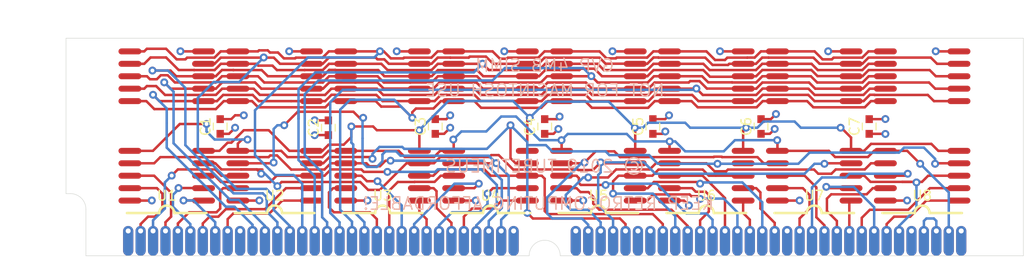
<source format=kicad_pcb>
(kicad_pcb (version 20240108) (generator "pcbnew") (generator_version "8.0")
  (layers (0 "F.Cu" signal) (1 "In1.Cu" power) (2 "In2.Cu" power) (31 "B.Cu" signal) (34 "B.Paste" user) (35 "F.Paste" user) (36 "B.SilkS" user "B.Silkscreen") (37 "F.SilkS" user "F.Silkscreen") (38 "B.Mask" user) (39 "F.Mask" user) (44 "Edge.Cuts" user))
  (net 0 "")
  (net 1 "GND")
  (net 2 "/DQ0")
  (net 3 "/DQ1")
  (net 4 "/DQ2")
  (net 5 "/DQ3")
  (net 6 "/DQ4")
  (net 7 "/DQ5")
  (net 8 "/DQ6")
  (net 9 "/DQ7")
  (net 10 "VDD")
  (net 11 "/A0")
  (net 12 "/A1")
  (net 13 "/A2")
  (net 14 "/A3")
  (net 15 "/A4")
  (net 16 "/A5")
  (net 17 "/A6")
  (net 18 "/A7")
  (net 19 "/A8")
  (net 20 "/A9")
  (net 21 "/DQ8")
  (net 22 "/DQ9")
  (net 23 "/DQ10")
  (net 24 "/DQ11")
  (net 25 "/DQ12")
  (net 26 "/DQ13")
  (net 27 "/DQ14")
  (net 28 "/DQ15")
  (net 29 "/~{WE0}")
  (net 30 "/~{CAS0}")
  (net 31 "/~{CAS1}")
  (net 32 "/~{CAS2}")
  (net 33 "/~{CAS3}")
  (net 34 "/~{RAS0}")
  (net 35 "/~{RAS1}")
  (net 36 "/~{WE1}")
  (net 37 "/~{WE2}")
  (net 38 "/DQ16")
  (net 39 "/DQ17")
  (net 40 "/DQ18")
  (net 41 "/DQ19")
  (net 42 "/DQ20")
  (net 43 "/DQ21")
  (net 44 "/DQ22")
  (net 45 "/DQ23")
  (net 46 "/DQ24")
  (net 47 "/DQ25")
  (net 48 "/DQ26")
  (net 49 "/DQ27")
  (net 50 "/DQ28")
  (net 51 "/DQ29")
  (net 52 "/DQ30")
  (net 53 "/DQ31")
  (net 54 "/~{WE3}")
  (net 55 "Net-(J1-Pad61)")
  (net 56 "/~{OE}")
  (footprint "Active:SOJ127P851X356-20_alt" (layer "F.Cu") (at 113.792 75.6412 180)
    (property "Reference" "U1")
    (property "Value" "HM514400_alt")
  )
  (footprint "Active:SOJ127P851X356-20_alt" (layer "F.Cu") (at 135.8392 75.6412 180)
    (property "Reference" "U3")
    (property "Value" "HM514400_alt")
  )
  (footprint "Active:SOJ127P851X356-20_alt" (layer "F.Cu") (at 146.8628 75.6412 180)
    (property "Reference" "U4")
    (property "Value" "HM514400_alt")
  )
  (footprint "Active:SOJ127P851X356-20_alt" (layer "F.Cu") (at 157.8864 75.6412 180)
    (property "Reference" "U5")
    (property "Value" "HM514400_alt")
  )
  (footprint "Active:SOJ127P851X356-20_alt" (layer "F.Cu") (at 168.91 75.6412 180)
    (property "Reference" "U6")
    (property "Value" "HM514400_alt")
  )
  (footprint "Active:SOJ127P851X356-20_alt" (layer "F.Cu") (at 179.9336 75.6412 180)
    (property "Reference" "U7")
    (property "Value" "HM514400_alt")
  )
  (footprint "Active:SOJ127P851X356-20_alt" (layer "F.Cu") (at 190.9572 75.6412 180)
    (property "Reference" "U8")
    (property "Value" "HM514400_alt")
  )
  (footprint "Active:SOJ127P851X356-20_alt" (layer "F.Cu") (at 124.8156 75.6412 180)
    (property "Reference" "U2")
    (property "Value" "HM514400_alt")
  )
  (footprint "Conn:EDGE_SIMM_64_127" (layer "F.Cu") (at 152.4 88.9)
    (property "Reference" "J1" (hide yes))
    (property "Value" "SIMM64_EDGE")
  )
  (footprint "Conn:MH_125" (layer "F.Cu") (at 106.8832 78.74)
    (property "Reference" "H1" (hide yes))
    (property "Value" "MountingHole" (hide yes))
  )
  (footprint "Conn:MH_125" (layer "F.Cu") (at 197.9168 78.74)
    (property "Reference" "H2" (hide yes))
    (property "Value" "MountingHole" (hide yes))
  )
  (footprint "Passive:CAPC1608X100" (layer "F.Cu") (at 119.253 75.692 90)
    (property "Reference" "C1")
    (property "Value" "0.22")
  )
  (footprint "Passive:CAPC1608X100" (layer "F.Cu") (at 130.302 75.819 90)
    (property "Reference" "C2")
    (property "Value" "0.22")
  )
  (footprint "Passive:CAPC1608X100" (layer "F.Cu") (at 141.224 75.692 90)
    (property "Reference" "C3")
    (property "Value" "0.22")
  )
  (footprint "Passive:CAPC1608X100" (layer "F.Cu") (at 152.4 75.692 90)
    (property "Reference" "C4")
    (property "Value" "0.22")
  )
  (footprint "Passive:CAPC1608X100" (layer "F.Cu") (at 163.449 75.692 90)
    (property "Reference" "C5")
    (property "Value" "0.22")
  )
  (footprint "Passive:CAPC1608X100" (layer "F.Cu") (at 174.498 75.692 90)
    (property "Reference" "C6")
    (property "Value" "0.22")
  )
  (footprint "Passive:CAPC1608X100" (layer "F.Cu") (at 185.547 75.692 90)
    (property "Reference" "C7")
    (property "Value" "0.22")
  )
  (gr_line (start 201.295 88.9) (end 201.295 66.675) (stroke (width 0.05)) (layer "Edge.Cuts"))
  (gr_line (start 103.505 82.55) (end 103.505 66.675) (stroke (width 0.05)) (layer "Edge.Cuts"))
  (gr_line (start 153.9875 88.9) (end 201.295 88.9) (stroke (width 0.05)) (layer "Edge.Cuts"))
  (gr_line (start 105.537 88.9) (end 150.8125 88.9) (stroke (width 0.05)) (layer "Edge.Cuts"))
  (gr_line (start 103.505 66.675) (end 201.295 66.675) (stroke (width 0.05)) (layer "Edge.Cuts"))
  (gr_line (start 105.537 84.1375) (end 105.537 88.9) (stroke (width 0.05)) (layer "Edge.Cuts"))
  (gr_arc (start 103.9495 82.55) (mid 105.072032 83.014968) (end 105.537 84.1375) (stroke (width 0.05)) (layer "Edge.Cuts"))
  (gr_line (start 103.505 82.55) (end 103.9495 82.55) (stroke (width 0.05)) (layer "Edge.Cuts"))
  (gr_arc (start 150.8125 88.9) (mid 152.4 87.3125) (end 153.9875 88.9) (stroke (width 0.05)) (layer "Edge.Cuts"))
  (gr_text "GVP 4MB SIMM" (at 152.4 69.469 0) (layer "B.SilkS") (effects (font (size 1.27 1.27)) (justify mirror)))
  (gr_text "© 2019 TUBETIMEUS" (at 152.4 79.756 0) (layer "B.SilkS") (effects (font (size 1.27 1.27) (thickness 0.1524)) (justify mirror)))
  (gr_text "NOT FOR MACINTOSH USE" (at 152.4 72.009 0) (layer "B.SilkS") (effects (font (size 1.27 1.27) (thickness 0.1524)) (justify mirror)))
  (gr_text "KEEP RETROCOMPUTING AFFORDABLE!" (at 151.765 83.566 0) (layer "B.SilkS") (effects (font (size 1.27 1.27)) (justify mirror)))
  (segment (start 121.0183 83.2612) (end 123.2408 83.2612) (width 0.254) (layer "F.Cu") (net 1))
  (segment (start 132.0673 83.2612) (end 134.2898 83.2612) (width 0.254) (layer "F.Cu") (net 1))
  (segment (start 143.1163 83.2612) (end 145.3388 83.2612) (width 0.254) (layer "F.Cu") (net 1))
  (segment (start 154.1018 83.2612) (end 156.3243 83.2612) (width 0.254) (layer "F.Cu") (net 1))
  (segment (start 176.1998 83.2612) (end 178.4223 83.2612) (width 0.254) (layer "F.Cu") (net 1))
  (segment (start 187.1853 83.2612) (end 189.4078 83.2612) (width 0.254) (layer "F.Cu") (net 1))
  (segment (start 110.0328 83.2612) (end 112.2553 83.2612) (width 0.254) (layer "F.Cu") (net 1))
  (segment (start 120.384 74.942) (end 120.777 74.549) (width 0.25) (layer "F.Cu") (net 1))
  (segment (start 185.547 74.942) (end 187.186 74.942) (width 0.25) (layer "F.Cu") (net 1))
  (segment (start 175.502 74.942) (end 176.022 74.422) (width 0.25) (layer "F.Cu") (net 1))
  (segment (start 163.449 74.942) (end 164.707 74.942) (width 0.25) (layer "F.Cu") (net 1))
  (segment (start 164.707 74.942) (end 165.1 74.549) (width 0.25) (layer "F.Cu") (net 1))
  (segment (start 141.224 74.942) (end 142.355 74.942) (width 0.25) (layer "F.Cu") (net 1))
  (segment (start 165.1508 83.2612) (end 166.6367 83.2612) (width 0.25) (layer "F.Cu") (net 1))
  (segment (start 174.498 74.942) (end 175.502 74.942) (width 0.25) (layer "F.Cu") (net 1))
  (segment (start 166.6367 83.2612) (end 167.132 83.7565) (width 0.25) (layer "F.Cu") (net 1))
  (segment (start 119.253 74.942) (end 120.384 74.942) (width 0.25) (layer "F.Cu") (net 1))
  (segment (start 130.302 75.069) (end 128.917 75.069) (width 0.25) (layer "F.Cu") (net 1))
  (segment (start 153.658 74.942) (end 153.924 74.676) (width 0.25) (layer "F.Cu") (net 1))
  (segment (start 112.2553 83.2612) (end 112.268 83.2485) (width 0.254) (layer "F.Cu") (net 1))
  (segment (start 120.777 74.549) (end 121.666 74.549) (width 0.25) (layer "F.Cu") (net 1))
  (segment (start 152.4 74.942) (end 153.658 74.942) (width 0.25) (layer "F.Cu") (net 1))
  (segment (start 128.917 75.069) (end 128.905 75.057) (width 0.25) (layer "F.Cu") (net 1))
  (segment (start 142.355 74.942) (end 142.748 74.549) (width 0.25) (layer "F.Cu") (net 1))
  (segment (start 187.186 74.942) (end 187.198 74.93) (width 0.25) (layer "F.Cu") (net 1))
  (via (at 123.2535 83.2485) (size 0.8) (drill 0.4) (layers "F.Cu" "B.Cu") (net 1))
  (via (at 134.3025 83.2485) (size 0.8) (drill 0.4) (layers "F.Cu" "B.Cu") (net 1))
  (via (at 145.3515 83.2485) (size 0.8) (drill 0.4) (layers "F.Cu" "B.Cu") (net 1))
  (via (at 156.337 83.2485) (size 0.8) (drill 0.4) (layers "F.Cu" "B.Cu") (net 1))
  (via (at 178.435 83.2485) (size 0.8) (drill 0.4) (layers "F.Cu" "B.Cu") (net 1))
  (via (at 189.4205 83.2485) (size 0.8) (drill 0.4) (layers "F.Cu" "B.Cu") (net 1))
  (via (at 112.268 83.2485) (size 0.8) (drill 0.4) (layers "F.Cu" "B.Cu") (net 1))
  (via (at 128.905 75.057) (size 0.8) (drill 0.4) (layers "F.Cu" "B.Cu") (net 1))
  (via (at 121.666 74.549) (size 0.8) (drill 0.4) (layers "F.Cu" "B.Cu") (net 1))
  (via (at 153.924 74.676) (size 0.8) (drill 0.4) (layers "F.Cu" "B.Cu") (net 1))
  (via (at 165.1 74.549) (size 0.8) (drill 0.4) (layers "F.Cu" "B.Cu") (net 1))
  (via (at 176.022 74.422) (size 0.8) (drill 0.4) (layers "F.Cu" "B.Cu") (net 1))
  (via (at 187.198 74.93) (size 0.8) (drill 0.4) (layers "F.Cu" "B.Cu") (net 1))
  (via (at 167.132 83.7565) (size 0.8) (drill 0.4) (layers "F.Cu" "B.Cu") (net 1))
  (via (at 142.748 74.549) (size 0.8) (drill 0.4) (layers "F.Cu" "B.Cu") (net 1))
  (segment (start 111.887 84.8995) (end 112.5855 84.8995) (width 0.254) (layer "F.Cu") (net 2))
  (segment (start 112.5855 84.8995) (end 113.3475 84.1375) (width 0.254) (layer "F.Cu") (net 2))
  (segment (start 112.7887 81.9912) (end 110.0328 81.9912) (width 0.254) (layer "F.Cu") (net 2))
  (segment (start 113.3475 82.55) (end 112.7887 81.9912) (width 0.254) (layer "F.Cu") (net 2))
  (segment (start 111.125 85.6615) (end 111.887 84.8995) (width 0.254) (layer "F.Cu") (net 2))
  (segment (start 113.3475 84.1375) (end 113.3475 82.55) (width 0.254) (layer "F.Cu") (net 2))
  (segment (start 111.125 86.36) (end 111.125 85.6615) (width 0.254) (layer "F.Cu") (net 2))
  (segment (start 114.92749 80.08101) (end 114.3 80.7085) (width 0.25) (layer "F.Cu") (net 3))
  (segment (start 121.0564 80.7212) (end 119.39129 80.7212) (width 0.25) (layer "F.Cu") (net 3))
  (segment (start 118.7511 80.08101) (end 114.92749 80.08101) (width 0.25) (layer "F.Cu") (net 3))
  (segment (start 119.39129 80.7212) (end 118.7511 80.08101) (width 0.25) (layer "F.Cu") (net 3))
  (via (at 114.3 80.7085) (size 0.8) (drill 0.4) (layers "F.Cu" "B.Cu") (net 3))
  (segment (start 112.395 85.2805) (end 113.6015 84.074) (width 0.254) (layer "B.Cu") (net 3))
  (segment (start 113.6015 81.407) (end 114.3 80.7085) (width 0.254) (layer "B.Cu") (net 3))
  (segment (start 112.395 86.36) (end 112.395 85.2805) (width 0.254) (layer "B.Cu") (net 3))
  (segment (start 113.6015 84.074) (end 113.6015 81.407) (width 0.254) (layer "B.Cu") (net 3))
  (segment (start 113.665 85.471) (end 114.2365 84.8995) (width 0.254) (layer "F.Cu") (net 4))
  (segment (start 113.665 86.36) (end 113.665 85.471) (width 0.254) (layer "F.Cu") (net 4))
  (segment (start 112.5093 80.7212) (end 110.0328 80.7212) (width 0.254) (layer "F.Cu") (net 4))
  (segment (start 114.2365 84.8995) (end 114.2365 82.4484) (width 0.254) (layer "F.Cu") (net 4))
  (segment (start 114.2365 82.4484) (end 112.5093 80.7212) (width 0.254) (layer "F.Cu") (net 4))
  (segment (start 119.253 84.074) (end 119.253 82.296) (width 0.254) (layer "F.Cu") (net 5))
  (segment (start 116.078 84.455) (end 118.872 84.455) (width 0.254) (layer "F.Cu") (net 5))
  (segment (start 114.935 86.36) (end 114.935 85.598) (width 0.254) (layer "F.Cu") (net 5))
  (segment (start 118.872 84.455) (end 119.253 84.074) (width 0.254) (layer "F.Cu") (net 5))
  (segment (start 119.253 82.296) (end 119.5578 81.9912) (width 0.254) (layer "F.Cu") (net 5))
  (segment (start 119.5578 81.9912) (end 121.0564 81.9912) (width 0.254) (layer "F.Cu") (net 5))
  (segment (start 114.935 85.598) (end 116.078 84.455) (width 0.254) (layer "F.Cu") (net 5))
  (segment (start 114.9985 81.9785) (end 117.5385 81.9785) (width 0.254) (layer "F.Cu") (net 6))
  (segment (start 117.5385 81.9785) (end 117.5512 81.9912) (width 0.254) (layer "F.Cu") (net 6))
  (via (at 114.9985 81.9785) (size 0.8) (drill 0.4) (layers "F.Cu" "B.Cu") (net 6))
  (segment (start 116.205 86.36) (end 116.205 85.6615) (width 0.254) (layer "B.Cu") (net 6))
  (segment (start 114.427 83.8835) (end 114.427 82.677) (width 0.254) (layer "B.Cu") (net 6))
  (segment (start 114.427 82.677) (end 114.9985 82.1055) (width 0.254) (layer "B.Cu") (net 6))
  (segment (start 116.205 85.6615) (end 114.427 83.8835) (width 0.254) (layer "B.Cu") (net 6))
  (segment (start 114.9985 82.1055) (end 114.9985 81.9785) (width 0.254) (layer "B.Cu") (net 6))
  (segment (start 118.16599 84.90701) (end 119.059228 84.90701) (width 0.25) (layer "F.Cu") (net 7))
  (segment (start 119.828738 84.1375) (end 123.825 84.1375) (width 0.25) (layer "F.Cu") (net 7))
  (segment (start 119.059228 84.90701) (end 119.828738 84.1375) (width 0.25) (layer "F.Cu") (net 7))
  (segment (start 117.475 86.36) (end 117.475 85.598) (width 0.25) (layer "F.Cu") (net 7))
  (segment (start 125.9713 81.9912) (end 128.5748 81.9912) (width 0.25) (layer "F.Cu") (net 7))
  (segment (start 117.475 85.598) (end 118.16599 84.90701) (width 0.25) (layer "F.Cu") (net 7))
  (segment (start 123.825 84.1375) (end 125.9713 81.9912) (width 0.25) (layer "F.Cu") (net 7))
  (segment (start 117.5385 83.2485) (end 117.5512 83.2612) (width 0.254) (layer "F.Cu") (net 8))
  (segment (start 115.5065 83.2485) (end 117.5385 83.2485) (width 0.254) (layer "F.Cu") (net 8))
  (via (at 115.5065 83.2485) (size 0.8) (drill 0.4) (layers "F.Cu" "B.Cu") (net 8))
  (segment (start 118.745 85.471) (end 116.5225 83.2485) (width 0.254) (layer "B.Cu") (net 8))
  (segment (start 116.5225 83.2485) (end 115.5065 83.2485) (width 0.254) (layer "B.Cu") (net 8))
  (segment (start 118.745 86.36) (end 118.745 85.471) (width 0.254) (layer "B.Cu") (net 8))
  (segment (start 125.5903 83.2612) (end 128.5748 83.2612) (width 0.25) (layer "F.Cu") (net 9))
  (segment (start 120.015 85.1535) (end 120.58099 84.58751) (width 0.25) (layer "F.Cu") (net 9))
  (segment (start 120.58099 84.58751) (end 124.26399 84.58751) (width 0.25) (layer "F.Cu") (net 9))
  (segment (start 120.015 86.36) (end 120.015 85.1535) (width 0.25) (layer "F.Cu") (net 9))
  (segment (start 124.26399 84.58751) (end 125.5903 83.2612) (width 0.25) (layer "F.Cu") (net 9))
  (segment (start 128.6637 68.0212) (end 126.52369 68.0212) (width 0.254) (layer "F.Cu") (net 10))
  (segment (start 139.6492 68.0212) (end 137.50919 68.0212) (width 0.254) (layer "F.Cu") (net 10))
  (segment (start 150.6347 68.0212) (end 148.49469 68.0212) (width 0.254) (layer "F.Cu") (net 10))
  (segment (start 161.6837 68.0212) (end 159.54369 68.0212) (width 0.254) (layer "F.Cu") (net 10))
  (segment (start 172.6692 68.0212) (end 170.52919 68.0212) (width 0.254) (layer "F.Cu") (net 10))
  (segment (start 183.7182 68.0212) (end 181.57819 68.0212) (width 0.254) (layer "F.Cu") (net 10))
  (segment (start 194.7037 68.0212) (end 192.56369 68.0212) (width 0.254) (layer "F.Cu") (net 10))
  (segment (start 153.301 76.442) (end 153.797 75.946) (width 0.25) (layer "F.Cu") (net 10))
  (segment (start 152.4 76.442) (end 153.301 76.442) (width 0.25) (layer "F.Cu") (net 10))
  (segment (start 115.41119 68.0212) (end 115.2017 68.0212) (width 0.254) (layer "F.Cu") (net 10))
  (segment (start 174.498 76.442) (end 175.399 76.442) (width 0.25) (layer "F.Cu") (net 10))
  (segment (start 187.186 76.442) (end 187.198 76.454) (width 0.25) (layer "F.Cu") (net 10))
  (segment (start 142.125 76.442) (end 142.748 75.819) (width 0.25) (layer "F.Cu") (net 10))
  (segment (start 141.224 76.442) (end 142.125 76.442) (width 0.25) (layer "F.Cu") (net 10))
  (segment (start 185.547 76.442) (end 187.186 76.442) (width 0.25) (layer "F.Cu") (net 10))
  (segment (start 119.253 76.442) (end 120.154 76.442) (width 0.25) (layer "F.Cu") (net 10))
  (segment (start 163.449 76.442) (end 164.477 76.442) (width 0.25) (layer "F.Cu") (net 10))
  (segment (start 175.399 76.442) (end 175.895 75.946) (width 0.25) (layer "F.Cu") (net 10))
  (segment (start 117.5512 68.0212) (end 115.41119 68.0212) (width 0.254) (layer "F.Cu") (net 10))
  (segment (start 115.2017 68.0212) (end 115.189 68.0085) (width 0.254) (layer "F.Cu") (net 10))
  (segment (start 120.154 76.442) (end 120.777 75.819) (width 0.25) (layer "F.Cu") (net 10))
  (segment (start 130.302 76.569) (end 128.917 76.569) (width 0.25) (layer "F.Cu") (net 10))
  (segment (start 128.917 76.569) (end 128.905 76.581) (width 0.25) (layer "F.Cu") (net 10))
  (segment (start 164.477 76.442) (end 164.719 76.2) (width 0.25) (layer "F.Cu") (net 10))
  (via (at 126.3015 68.0085) (size 0.8) (drill 0.4) (layers "F.Cu" "B.Cu") (net 10))
  (via (at 137.287 68.0085) (size 0.8) (drill 0.4) (layers "F.Cu" "B.Cu") (net 10))
  (via (at 148.2725 68.0085) (size 0.8) (drill 0.4) (layers "F.Cu" "B.Cu") (net 10))
  (via (at 159.3215 68.0085) (size 0.8) (drill 0.4) (layers "F.Cu" "B.Cu") (net 10))
  (via (at 170.307 68.0085) (size 0.8) (drill 0.4) (layers "F.Cu" "B.Cu") (net 10))
  (via (at 181.356 68.0085) (size 0.8) (drill 0.4) (layers "F.Cu" "B.Cu") (net 10))
  (via (at 192.3415 68.0085) (size 0.8) (drill 0.4) (layers "F.Cu" "B.Cu") (net 10))
  (via (at 128.905 76.581) (size 0.8) (drill 0.4) (layers "F.Cu" "B.Cu") (net 10))
  (via (at 175.895 75.946) (size 0.8) (drill 0.4) (layers "F.Cu" "B.Cu") (net 10))
  (via (at 153.797 75.946) (size 0.8) (drill 0.4) (layers "F.Cu" "B.Cu") (net 10))
  (via (at 120.777 75.819) (size 0.8) (drill 0.4) (layers "F.Cu" "B.Cu") (net 10))
  (via (at 142.748 75.819) (size 0.8) (drill 0.4) (layers "F.Cu" "B.Cu") (net 10))
  (via (at 164.719 76.2) (size 0.8) (drill 0.4) (layers "F.Cu" "B.Cu") (net 10))
  (via (at 187.198 76.454) (size 0.8) (drill 0.4) (layers "F.Cu" "B.Cu") (net 10))
  (via (at 115.189 68.0085) (size 0.8) (drill 0.4) (layers "F.Cu" "B.Cu") (net 10))
  (segment (start 123.2027 73.1012) (end 126.5047 73.1012) (width 0.254) (layer "F.Cu") (net 11))
  (segment (start 145.233324 72.46939) (end 145.852434 73.0885) (width 0.254) (layer "F.Cu") (net 11))
  (segment (start 172.6692 73.1012) (end 174.019696 73.1012) (width 0.254) (layer "F.Cu") (net 11))
  (segment (start 135.20739 72.46939) (end 135.8392 73.1012) (width 0.254) (layer "F.Cu") (net 11))
  (segment (start 130.626567 72.4535) (end 130.945186 72.4535) (width 0.254) (layer "F.Cu") (net 11))
  (segment (start 142.37651 72.46301) (end 142.38289 72.46939) (width 0.254) (layer "F.Cu") (net 11))
  (segment (start 192.1637 73.1012) (end 194.7164 73.1012) (width 0.254) (layer "F.Cu") (net 11))
  (segment (start 130.945186 72.4535) (end 130.961076 72.46939) (width 0.254) (layer "F.Cu") (net 11))
  (segment (start 186.079076 72.46939) (end 191.53189 72.46939) (width 0.254) (layer "F.Cu") (net 11))
  (segment (start 156.586378 72.46301) (end 157.224568 73.1012) (width 0.254) (layer "F.Cu") (net 11))
  (segment (start 157.224568 73.1012) (end 161.6456 73.1012) (width 0.254) (layer "F.Cu") (net 11))
  (segment (start 128.5748 73.1012) (end 129.978867 73.1012) (width 0.254) (layer "F.Cu") (net 11))
  (segment (start 179.964634 73.1012) (end 183.6928 73.1012) (width 0.254) (layer "F.Cu") (net 11))
  (segment (start 164.67139 72.46939) (end 167.468928 72.46939) (width 0.254) (layer "F.Cu") (net 11))
  (segment (start 179.326444 72.46301) (end 179.964634 73.1012) (width 0.254) (layer "F.Cu") (net 11))
  (segment (start 152.083933 73.1012) (end 152.722123 72.46301) (width 0.254) (layer "F.Cu") (net 11))
  (segment (start 184.969866 73.1012) (end 185.617566 72.4535) (width 0.254) (layer "F.Cu") (net 11))
  (segment (start 135.8392 73.1012) (end 139.5984 73.1012) (width 0.254) (layer "F.Cu") (net 11))
  (segment (start 122.57089 72.46939) (end 123.2027 73.1012) (width 0.254) (layer "F.Cu") (net 11))
  (segment (start 117.5512 73.1012) (end 113.0427 73.1012) (width 0.254) (layer "F.Cu") (net 11))
  (segment (start 117.5512 73.1012) (end 118.9228 73.1012) (width 0.254) (layer "F.Cu") (net 11))
  (segment (start 141.154866 73.1012) (end 141.793056 72.46301) (width 0.254) (layer "F.Cu") (net 11))
  (segment (start 129.978867 73.1012) (end 130.626567 72.4535) (width 0.254) (layer "F.Cu") (net 11))
  (segment (start 118.9228 73.1012) (end 119.55461 72.46939) (width 0.254) (layer "F.Cu") (net 11))
  (segment (start 139.5984 73.1012) (end 141.154866 73.1012) (width 0.254) (layer "F.Cu") (net 11))
  (segment (start 163.005933 73.1012) (end 163.644122 72.46301) (width 0.254) (layer "F.Cu") (net 11))
  (segment (start 164.66501 72.46301) (end 164.67139 72.46939) (width 0.254) (layer "F.Cu") (net 11))
  (segment (start 150.6093 73.0885) (end 150.622 73.1012) (width 0.254) (layer "F.Cu") (net 11))
  (segment (start 113.0427 73.1012) (end 112.395 72.4535) (width 0.254) (layer "F.Cu") (net 11))
  (segment (start 174.019696 73.1012) (end 174.657886 72.46301) (width 0.254) (layer "F.Cu") (net 11))
  (segment (start 150.622 73.1012) (end 152.083933 73.1012) (width 0.254) (layer "F.Cu") (net 11))
  (segment (start 119.55461 72.46939) (end 122.57089 72.46939) (width 0.254) (layer "F.Cu") (net 11))
  (segment (start 141.793056 72.46301) (end 142.37651 72.46301) (width 0.254) (layer "F.Cu") (net 11))
  (segment (start 174.657886 72.46301) (end 179.326444 72.46301) (width 0.254) (layer "F.Cu") (net 11))
  (segment (start 191.53189 72.46939) (end 192.1637 73.1012) (width 0.254) (layer "F.Cu") (net 11))
  (segment (start 130.961076 72.46939) (end 135.20739 72.46939) (width 0.254) (layer "F.Cu") (net 11))
  (segment (start 126.5047 73.1012) (end 128.5748 73.1012) (width 0.254) (layer "F.Cu") (net 11))
  (segment (start 183.6928 73.1012) (end 184.969866 73.1012) (width 0.254) (layer "F.Cu") (net 11))
  (segment (start 185.617566 72.4535) (end 186.063186 72.4535) (width 0.254) (layer "F.Cu") (net 11))
  (segment (start 167.468928 72.46939) (end 168.100738 73.1012) (width 0.254) (layer "F.Cu") (net 11))
  (segment (start 168.100738 73.1012) (end 172.6692 73.1012) (width 0.254) (layer "F.Cu") (net 11))
  (segment (start 163.644122 72.46301) (end 164.66501 72.46301) (width 0.254) (layer "F.Cu") (net 11))
  (segment (start 186.063186 72.4535) (end 186.079076 72.46939) (width 0.254) (layer "F.Cu") (net 11))
  (segment (start 142.38289 72.46939) (end 145.233324 72.46939) (width 0.254) (layer "F.Cu") (net 11))
  (segment (start 145.852434 73.0885) (end 150.6093 73.0885) (width 0.254) (layer "F.Cu") (net 11))
  (segment (start 152.722123 72.46301) (end 156.586378 72.46301) (width 0.254) (layer "F.Cu") (net 11))
  (segment (start 161.6456 73.1012) (end 163.005933 73.1012) (width 0.254) (layer "F.Cu") (net 11))
  (via (at 112.395 72.4535) (size 0.8) (drill 0.4) (layers "F.Cu" "B.Cu") (net 11))
  (segment (start 122.555 85.725) (end 120.7135 83.8835) (width 0.254) (layer "B.Cu") (net 11))
  (segment (start 113.792 75.311) (end 113.792 73.8505) (width 0.254) (layer "B.Cu") (net 11))
  (segment (start 122.555 86.36) (end 122.555 85.725) (width 0.254) (layer "B.Cu") (net 11))
  (segment (start 113.792 77.851) (end 113.792 75.311) (width 0.254) (layer "B.Cu") (net 11))
  (segment (start 113.792 73.8505) (end 112.395 72.4535) (width 0.254) (layer "B.Cu") (net 11))
  (segment (start 119.8245 83.8835) (end 113.792 77.851) (width 0.254) (layer "B.Cu") (net 11))
  (segment (start 120.7135 83.8835) (end 119.8245 83.8835) (width 0.254) (layer "B.Cu") (net 11))
  (segment (start 172.6692 71.8312) (end 174.005564 71.8312) (width 0.254) (layer "F.Cu") (net 12))
  (segment (start 161.6456 71.8312) (end 162.9918 71.8312) (width 0.254) (layer "F.Cu") (net 12))
  (segment (start 168.207962 71.0565) (end 168.969962 71.8185) (width 0.254) (layer "F.Cu") (net 12))
  (segment (start 174.005564 71.8312) (end 174.637374 71.19939) (width 0.254) (layer "F.Cu") (net 12))
  (segment (start 163.62361 71.19939) (end 167.11611 71.19939) (width 0.254) (layer "F.Cu") (net 12))
  (segment (start 168.969962 71.8185) (end 172.6565 71.8185) (width 0.254) (layer "F.Cu") (net 12))
  (segment (start 145.43089 71.19939) (end 146.0627 71.8312) (width 0.254) (layer "F.Cu") (net 12))
  (segment (start 129.753133 71.8312) (end 128.5748 71.8312) (width 0.254) (layer "F.Cu") (net 12))
  (segment (start 185.53111 71.19939) (end 191.65889 71.19939) (width 0.254) (layer "F.Cu") (net 12))
  (segment (start 157.2387 71.8312) (end 161.6456 71.8312) (width 0.254) (layer "F.Cu") (net 12))
  (segment (start 150.622 71.8312) (end 152.0698 71.8312) (width 0.254) (layer "F.Cu") (net 12))
  (segment (start 141.65261 71.19939) (end 145.43089 71.19939) (width 0.254) (layer "F.Cu") (net 12))
  (segment (start 152.70161 71.19939) (end 156.60689 71.19939) (width 0.254) (layer "F.Cu") (net 12))
  (segment (start 133.02299 71.19301) (end 135.320944 71.19301) (width 0.254) (layer "F.Cu") (net 12))
  (segment (start 122.81851 71.19301) (end 119.448124 71.19301) (width 0.254) (layer "F.Cu") (net 12))
  (segment (start 180.0352 71.8312) (end 183.6928 71.8312) (width 0.254) (layer "F.Cu") (net 12))
  (segment (start 146.0627 71.8312) (end 150.622 71.8312) (width 0.254) (layer "F.Cu") (net 12))
  (segment (start 191.65889 71.19939) (end 192.2907 71.8312) (width 0.254) (layer "F.Cu") (net 12))
  (segment (start 152.0698 71.8312) (end 152.70161 71.19939) (width 0.254) (layer "F.Cu") (net 12))
  (segment (start 135.320944 71.19301) (end 135.946434 71.8185) (width 0.254) (layer "F.Cu") (net 12))
  (segment (start 139.5984 71.8312) (end 141.0208 71.8312) (width 0.254) (layer "F.Cu") (net 12))
  (segment (start 123.4567 71.8312) (end 122.81851 71.19301) (width 0.254) (layer "F.Cu") (net 12))
  (segment (start 119.448124 71.19301) (end 118.809934 71.8312) (width 0.254) (layer "F.Cu") (net 12))
  (segment (start 167.11611 71.19939) (end 167.259 71.0565) (width 0.254) (layer "F.Cu") (net 12))
  (segment (start 141.0208 71.8312) (end 141.65261 71.19939) (width 0.254) (layer "F.Cu") (net 12))
  (segment (start 139.5857 71.8185) (end 139.5984 71.8312) (width 0.254) (layer "F.Cu") (net 12))
  (segment (start 114.1857 71.8312) (end 117.5512 71.8312) (width 0.254) (layer "F.Cu") (net 12))
  (segment (start 130.391324 71.19301) (end 129.753133 71.8312) (width 0.254) (layer "F.Cu") (net 12))
  (segment (start 118.809934 71.8312) (end 117.5512 71.8312) (width 0.254) (layer "F.Cu") (net 12))
  (segment (start 133.02299 71.19301) (end 130.391324 71.19301) (width 0.254) (layer "F.Cu") (net 12))
  (segment (start 172.6565 71.8185) (end 172.6692 71.8312) (width 0.254) (layer "F.Cu") (net 12))
  (segment (start 135.946434 71.8185) (end 139.5857 71.8185) (width 0.254) (layer "F.Cu") (net 12))
  (segment (start 192.2907 71.8312) (end 194.7164 71.8312) (width 0.254) (layer "F.Cu") (net 12))
  (segment (start 162.9918 71.8312) (end 163.62361 71.19939) (width 0.254) (layer "F.Cu") (net 12))
  (segment (start 179.40339 71.19939) (end 180.0352 71.8312) (width 0.254) (layer "F.Cu") (net 12))
  (segment (start 167.259 71.0565) (end 168.207962 71.0565) (width 0.254) (layer "F.Cu") (net 12))
  (segment (start 184.8993 71.8312) (end 185.53111 71.19939) (width 0.254) (layer "F.Cu") (net 12))
  (segment (start 183.6928 71.8312) (end 184.8993 71.8312) (width 0.254) (layer "F.Cu") (net 12))
  (segment (start 133.14999 71.19301) (end 133.02299 71.19301) (width 0.254) (layer "F.Cu") (net 12))
  (segment (start 113.538 71.1835) (end 114.1857 71.8312) (width 0.254) (layer "F.Cu") (net 12))
  (segment (start 174.637374 71.19939) (end 179.40339 71.19939) (width 0.254) (layer "F.Cu") (net 12))
  (segment (start 128.5748 71.8312) (end 123.4567 71.8312) (width 0.254) (layer "F.Cu") (net 12))
  (segment (start 156.60689 71.19939) (end 157.2387 71.8312) (width 0.254) (layer "F.Cu") (net 12))
  (via (at 113.538 71.1835) (size 0.8) (drill 0.4) (layers "F.Cu" "B.Cu") (net 12))
  (segment (start 120.269 83.185) (end 114.4905 77.4065) (width 0.254) (layer "B.Cu") (net 12))
  (segment (start 123.825 86.36) (end 123.825 85.852) (width 0.254) (layer "B.Cu") (net 12))
  (segment (start 114.4905 73.533) (end 114.4905 72.136) (width 0.254) (layer "B.Cu") (net 12))
  (segment (start 114.4905 72.136) (end 113.538 71.1835) (width 0.254) (layer "B.Cu") (net 12))
  (segment (start 114.4905 77.4065) (end 114.4905 73.533) (width 0.254) (layer "B.Cu") (net 12))
  (segment (start 123.825 85.852) (end 121.158 83.185) (width 0.254) (layer "B.Cu") (net 12))
  (segment (start 121.158 83.185) (end 120.269 83.185) (width 0.254) (layer "B.Cu") (net 12))
  (segment (start 169.283934 70.612) (end 172.6184 70.612) (width 0.254) (layer "F.Cu") (net 13))
  (segment (start 151.822866 70.5612) (end 152.461056 69.92301) (width 0.254) (layer "F.Cu") (net 13))
  (segment (start 141.483308 69.92939) (end 145.49439 69.92939) (width 0.254) (layer "F.Cu") (net 13))
  (segment (start 140.851498 70.5612) (end 141.483308 69.92939) (width 0.254) (layer "F.Cu") (net 13))
  (segment (start 120.59601 69.92301) (end 119.43399 69.92301) (width 0.254) (layer "F.Cu") (net 13))
  (segment (start 112.3315 69.977) (end 114.173 69.977) (width 0.254) (layer "F.Cu") (net 13))
  (segment (start 174.629622 69.92301) (end 179.643944 69.92301) (width 0.254) (layer "F.Cu") (net 13))
  (segment (start 179.643944 69.92301) (end 180.269434 70.5485) (width 0.254) (layer "F.Cu") (net 13))
  (segment (start 128.5748 70.5612) (end 129.739 70.5612) (width 0.254) (layer "F.Cu") (net 13))
  (segment (start 150.622 70.5612) (end 151.822866 70.5612) (width 0.254) (layer "F.Cu") (net 13))
  (segment (start 114.7572 70.5612) (end 117.5512 70.5612) (width 0.254) (layer "F.Cu") (net 13))
  (segment (start 130.3867 69.9135) (end 131.0005 69.9135) (width 0.254) (layer "F.Cu") (net 13))
  (segment (start 146.1262 70.5612) (end 150.622 70.5612) (width 0.254) (layer "F.Cu") (net 13))
  (segment (start 139.5984 70.5612) (end 140.851498 70.5612) (width 0.254) (layer "F.Cu") (net 13))
  (segment (start 172.6184 70.612) (end 172.6692 70.5612) (width 0.254) (layer "F.Cu") (net 13))
  (segment (start 131.0005 69.9135) (end 131.01639 69.92939) (width 0.254) (layer "F.Cu") (net 13))
  (segment (start 157.48 69.7865) (end 158.2547 70.5612) (width 0.254) (layer "F.Cu") (net 13))
  (segment (start 183.6928 70.5612) (end 184.856998 70.5612) (width 0.254) (layer "F.Cu") (net 13))
  (segment (start 131.01639 69.92939) (end 135.39789 69.92939) (width 0.254) (layer "F.Cu") (net 13))
  (segment (start 145.49439 69.92939) (end 146.1262 70.5612) (width 0.254) (layer "F.Cu") (net 13))
  (segment (start 129.739 70.5612) (end 130.3867 69.9135) (width 0.254) (layer "F.Cu") (net 13))
  (segment (start 136.0297 70.5612) (end 139.5984 70.5612) (width 0.254) (layer "F.Cu") (net 13))
  (segment (start 168.601324 69.92939) (end 169.283934 70.612) (width 0.254) (layer "F.Cu") (net 13))
  (segment (start 124.12342 70.5612) (end 123.49161 69.92939) (width 0.254) (layer "F.Cu") (net 13))
  (segment (start 152.461056 69.92301) (end 153.99701 69.92301) (width 0.254) (layer "F.Cu") (net 13))
  (segment (start 173.991432 70.5612) (end 174.629622 69.92301) (width 0.254) (layer "F.Cu") (net 13))
  (segment (start 184.856998 70.5612) (end 185.488808 69.92939) (width 0.254) (layer "F.Cu") (net 13))
  (segment (start 158.2547 70.5612) (end 161.6456 70.5612) (width 0.254) (layer "F.Cu") (net 13))
  (segment (start 163.517808 69.92939) (end 168.601324 69.92939) (width 0.254) (layer "F.Cu") (net 13))
  (segment (start 183.6801 70.5485) (end 183.6928 70.5612) (width 0.254) (layer "F.Cu") (net 13))
  (segment (start 180.269434 70.5485) (end 183.6801 70.5485) (width 0.254) (layer "F.Cu") (net 13))
  (segment (start 155.94011 69.92939) (end 156.083 69.7865) (width 0.254) (layer "F.Cu") (net 13))
  (segment (start 118.7958 70.5612) (end 117.5512 70.5612) (width 0.254) (layer "F.Cu") (net 13))
  (segment (start 162.885998 70.5612) (end 163.517808 69.92939) (width 0.254) (layer "F.Cu") (net 13))
  (segment (start 156.083 69.7865) (end 157.48 69.7865) (width 0.254) (layer "F.Cu") (net 13))
  (segment (start 172.6692 70.5612) (end 173.991432 70.5612) (width 0.254) (layer "F.Cu") (net 13))
  (segment (start 191.72239 69.92939) (end 192.3542 70.5612) (width 0.254) (layer "F.Cu") (net 13))
  (segment (start 128.5748 70.5612) (end 124.12342 70.5612) (width 0.254) (layer "F.Cu") (net 13))
  (segment (start 123.49161 69.92939) (end 120.60239 69.92939) (width 0.254) (layer "F.Cu") (net 13))
  (segment (start 120.60239 69.92939) (end 120.59601 69.92301) (width 0.254) (layer "F.Cu") (net 13))
  (segment (start 119.43399 69.92301) (end 118.7958 70.5612) (width 0.254) (layer "F.Cu") (net 13))
  (segment (start 161.6456 70.5612) (end 162.885998 70.5612) (width 0.254) (layer "F.Cu") (net 13))
  (segment (start 192.3542 70.5612) (end 194.7164 70.5612) (width 0.254) (layer "F.Cu") (net 13))
  (segment (start 153.99701 69.92301) (end 154.00339 69.92939) (width 0.254) (layer "F.Cu") (net 13))
  (segment (start 154.00339 69.92939) (end 155.94011 69.92939) (width 0.254) (layer "F.Cu") (net 13))
  (segment (start 135.39789 69.92939) (end 136.0297 70.5612) (width 0.254) (layer "F.Cu") (net 13))
  (segment (start 185.488808 69.92939) (end 191.72239 69.92939) (width 0.254) (layer "F.Cu") (net 13))
  (segment (start 114.173 69.977) (end 114.7572 70.5612) (width 0.254) (layer "F.Cu") (net 13))
  (via (at 112.3315 69.977) (size 0.8) (drill 0.4) (layers "F.Cu" "B.Cu") (net 13))
  (segment (start 124.0155 84.3915) (end 124.0155 83.185) (width 0.254) (layer "B.Cu") (net 13))
  (segment (start 125.095 85.471) (end 124.0155 84.3915) (width 0.254) (layer "B.Cu") (net 13))
  (segment (start 120.621499 82.521499) (end 117.602 79.502) (width 0.254) (layer "B.Cu") (net 13))
  (segment (start 123.980501 82.896001) (end 123.605999 82.521499) (width 0.254) (layer "B.Cu") (net 13))
  (segment (start 125.095 86.36) (end 125.095 85.471) (width 0.254) (layer "B.Cu") (net 13))
  (segment (start 115.3795 71.4375) (end 113.919 69.977) (width 0.254) (layer "B.Cu") (net 13))
  (segment (start 124.0155 83.185) (end 123.980501 83.150001) (width 0.254) (layer "B.Cu") (net 13))
  (segment (start 115.697 77.597) (end 115.697 71.755) (width 0.25) (layer "B.Cu") (net 13))
  (segment (start 117.602 79.502) (end 115.697 77.597) (width 0.25) (layer "B.Cu") (net 13))
  (segment (start 115.697 71.755) (end 115.3795 71.4375) (width 0.25) (layer "B.Cu") (net 13))
  (segment (start 123.605999 82.521499) (end 120.621499 82.521499) (width 0.254) (layer "B.Cu") (net 13))
  (segment (start 113.919 69.977) (end 112.3315 69.977) (width 0.254) (layer "B.Cu") (net 13))
  (segment (start 123.980501 83.150001) (end 123.980501 82.896001) (width 0.254) (layer "B.Cu") (net 13))
  (segment (start 183.68961 69.28801) (end 183.6928 69.2912) (width 0.254) (layer "F.Cu") (net 14))
  (segment (start 146.398961 68.551499) (end 147.138662 69.2912) (width 0.254) (layer "F.Cu") (net 14))
  (segment (start 174.61549 68.65301) (end 175.26951 68.65301) (width 0.254) (layer "F.Cu") (net 14))
  (segment (start 175.27589 68.65939) (end 179.84789 68.65939) (width 0.254) (layer "F.Cu") (net 14))
  (segment (start 136.4742 69.2912) (end 139.5984 69.2912) (width 0.254) (layer "F.Cu") (net 14))
  (segment (start 140.837366 69.2912) (end 141.475556 68.65301) (width 0.254) (layer "F.Cu") (net 14))
  (segment (start 161.6456 69.2912) (end 162.871866 69.2912) (width 0.254) (layer "F.Cu") (net 14))
  (segment (start 171.1325 69.4055) (end 171.2468 69.2912) (width 0.254) (layer "F.Cu") (net 14))
  (segment (start 168.79889 68.65939) (end 169.545 69.4055) (width 0.254) (layer "F.Cu") (net 14))
  (segment (start 192.4812 69.2912) (end 194.7164 69.2912) (width 0.254) (layer "F.Cu") (net 14))
  (segment (start 139.5984 69.2912) (end 140.837366 69.2912) (width 0.254) (layer "F.Cu") (net 14))
  (segment (start 180.47651 69.28801) (end 183.68961 69.28801) (width 0.254) (layer "F.Cu") (net 14))
  (segment (start 125.3617 69.2912) (end 128.5748 69.2912) (width 0.254) (layer "F.Cu") (net 14))
  (segment (start 164.015986 68.6435) (end 164.031876 68.65939) (width 0.254) (layer "F.Cu") (net 14))
  (segment (start 161.6329 69.2785) (end 161.6456 69.2912) (width 0.254) (layer "F.Cu") (net 14))
  (segment (start 169.545 69.4055) (end 171.1325 69.4055) (width 0.254) (layer "F.Cu") (net 14))
  (segment (start 128.5748 69.2912) (end 129.724866 69.2912) (width 0.254) (layer "F.Cu") (net 14))
  (segment (start 184.842866 69.2912) (end 185.481056 68.65301) (width 0.254) (layer "F.Cu") (net 14))
  (segment (start 141.475556 68.65301) (end 142.75751 68.65301) (width 0.254) (layer "F.Cu") (net 14))
  (segment (start 150.622 69.2912) (end 151.759366 69.2912) (width 0.254) (layer "F.Cu") (net 14))
  (segment (start 142.75751 68.65301) (end 142.76389 68.65939) (width 0.254) (layer "F.Cu") (net 14))
  (segment (start 173.9773 69.2912) (end 174.61549 68.65301) (width 0.254) (layer "F.Cu") (net 14))
  (segment (start 144.745001 68.551499) (end 146.398961 68.551499) (width 0.254) (layer "F.Cu") (net 14))
  (segment (start 144.63711 68.65939) (end 144.745001 68.551499) (width 0.254) (layer "F.Cu") (net 14))
  (segment (start 191.84301 68.65301) (end 192.4812 69.2912) (width 0.254) (layer "F.Cu") (net 14))
  (segment (start 164.031876 68.65939) (end 168.79889 68.65939) (width 0.254) (layer "F.Cu") (net 14))
  (segment (start 117.5512 69.2912) (end 118.68038 69.2912) (width 0.254) (layer "F.Cu") (net 14))
  (segment (start 135.147428 68.65939) (end 135.322038 68.834) (width 0.254) (layer "F.Cu") (net 14))
  (segment (start 152.391176 68.65939) (end 157.996824 68.65939) (width 0.254) (layer "F.Cu") (net 14))
  (segment (start 179.84789 68.65939) (end 180.47651 69.28801) (width 0.254) (layer "F.Cu") (net 14))
  (segment (start 157.996824 68.65939) (end 158.615934 69.2785) (width 0.254) (layer "F.Cu") (net 14))
  (segment (start 136.017 68.834) (end 136.4742 69.2912) (width 0.254) (layer "F.Cu") (net 14))
  (segment (start 142.76389 68.65939) (end 144.63711 68.65939) (width 0.254) (layer "F.Cu") (net 14))
  (segment (start 158.615934 69.2785) (end 161.6329 69.2785) (width 0.254) (layer "F.Cu") (net 14))
  (segment (start 171.2468 69.2912) (end 172.6692 69.2912) (width 0.254) (layer "F.Cu") (net 14))
  (segment (start 147.138662 69.2912) (end 150.622 69.2912) (width 0.254) (layer "F.Cu") (net 14))
  (segment (start 119.31219 68.65939) (end 124.72989 68.65939) (width 0.254) (layer "F.Cu") (net 14))
  (segment (start 124.72989 68.65939) (end 125.3617 69.2912) (width 0.254) (layer "F.Cu") (net 14))
  (segment (start 118.68038 69.2912) (end 119.31219 68.65939) (width 0.254) (layer "F.Cu") (net 14))
  (segment (start 130.388456 68.65939) (end 135.147428 68.65939) (width 0.254) (layer "F.Cu") (net 14))
  (segment (start 130.372566 68.6435) (end 130.388456 68.65939) (width 0.254) (layer "F.Cu") (net 14))
  (segment (start 185.481056 68.65301) (end 191.84301 68.65301) (width 0.254) (layer "F.Cu") (net 14))
  (segment (start 129.724866 69.2912) (end 130.372566 68.6435) (width 0.254) (layer "F.Cu") (net 14))
  (segment (start 162.871866 69.2912) (end 163.519566 68.6435) (width 0.254) (layer "F.Cu") (net 14))
  (segment (start 163.519566 68.6435) (end 164.015986 68.6435) (width 0.254) (layer "F.Cu") (net 14))
  (segment (start 183.6928 69.2912) (end 184.842866 69.2912) (width 0.254) (layer "F.Cu") (net 14))
  (segment (start 175.26951 68.65301) (end 175.27589 68.65939) (width 0.254) (layer "F.Cu") (net 14))
  (segment (start 151.759366 69.2912) (end 152.391176 68.65939) (width 0.254) (layer "F.Cu") (net 14))
  (segment (start 135.322038 68.834) (end 136.017 68.834) (width 0.254) (layer "F.Cu") (net 14))
  (segment (start 172.6692 69.2912) (end 173.9773 69.2912) (width 0.254) (layer "F.Cu") (net 14))
  (via (at 123.698 68.6435) (size 0.8) (drill 0.4) (layers "F.Cu" "B.Cu") (net 14))
  (segment (start 124.714 82.804) (end 123.977489 82.067489) (width 0.254) (layer "B.Cu") (net 14))
  (segment (start 121.18975 71.15175) (end 123.698 68.6435) (width 0.254) (layer "B.Cu") (net 14))
  (segment (start 116.967 72.771) (end 118.58625 71.15175) (width 0.25) (layer "B.Cu") (net 14))
  (segment (start 119.634 80.772) (end 116.967 78.105) (width 0.25) (layer "B.Cu") (net 14))
  (segment (start 120.929489 82.067489) (end 119.634 80.772) (width 0.254) (layer "B.Cu") (net 14))
  (segment (start 126.365 85.852) (end 124.714 84.201) (width 0.254) (layer "B.Cu") (net 14))
  (segment (start 116.967 78.105) (end 116.967 72.771) (width 0.25) (layer "B.Cu") (net 14))
  (segment (start 126.365 86.36) (end 126.365 85.852) (width 0.254) (layer "B.Cu") (net 14))
  (segment (start 118.58625 71.15175) (end 121.18975 71.15175) (width 0.25) (layer "B.Cu") (net 14))
  (segment (start 124.714 84.201) (end 124.714 82.804) (width 0.254) (layer "B.Cu") (net 14))
  (segment (start 123.977489 82.067489) (end 120.929489 82.067489) (width 0.254) (layer "B.Cu") (net 14))
  (segment (start 159.667501 68.735501) (end 159.749992 68.65301) (width 0.254) (layer "F.Cu") (net 15))
  (segment (start 147.828 68.7705) (end 148.5265 68.7705) (width 0.254) (layer "F.Cu") (net 15))
  (segment (start 119.8753 68.0212) (end 121.0564 68.0212) (width 0.254) (layer "F.Cu") (net 15))
  (segment (start 136.680501 68.735501) (end 137.956999 68.735501) (width 0.254) (layer "F.Cu") (net 15))
  (segment (start 154.1272 68.0212) (end 158.0007 68.0212) (width 0.254) (layer "F.Cu") (net 15))
  (segment (start 158.715001 68.735501) (end 159.667501 68.735501) (width 0.254) (layer "F.Cu") (net 15))
  (segment (start 168.9227 68.0212) (end 169.799 68.8975) (width 0.254) (layer "F.Cu") (net 15))
  (segment (start 179.9717 68.0212) (end 180.7845 68.834) (width 0.254) (layer "F.Cu") (net 15))
  (segment (start 125.1585 68.1355) (end 125.758501 68.735501) (width 0.254) (layer "F.Cu") (net 15))
  (segment (start 169.799 68.8975) (end 170.815 68.8975) (width 0.254) (layer "F.Cu") (net 15))
  (segment (start 110.0328 68.0212) (end 111.4933 68.0212) (width 0.254) (layer "F.Cu") (net 15))
  (segment (start 173.09149 68.65301) (end 173.85349 68.65301) (width 0.254) (layer "F.Cu") (net 15))
  (segment (start 124.333 68.1355) (end 125.1585 68.1355) (width 0.254) (layer "F.Cu") (net 15))
  (segment (start 174.4853 68.0212) (end 176.1744 68.0212) (width 0.254) (layer "F.Cu") (net 15))
  (segment (start 135.9535 68.0085) (end 136.680501 68.735501) (width 0.254) (layer "F.Cu") (net 15))
  (segment (start 129.71461 68.65939) (end 130.3528 68.0212) (width 0.254) (layer "F.Cu") (net 15))
  (segment (start 137.956999 68.735501) (end 138.03311 68.65939) (width 0.254) (layer "F.Cu") (net 15))
  (segment (start 148.5265 68.7705) (end 148.63761 68.65939) (width 0.254) (layer "F.Cu") (net 15))
  (segment (start 138.03311 68.65939) (end 140.82711 68.65939) (width 0.254) (layer "F.Cu") (net 15))
  (segment (start 151.74911 68.65939) (end 152.3873 68.0212) (width 0.254) (layer "F.Cu") (net 15))
  (segment (start 181.91161 68.65939) (end 184.83261 68.65939) (width 0.254) (layer "F.Cu") (net 15))
  (segment (start 130.3528 68.0212) (end 132.08 68.0212) (width 0.254) (layer "F.Cu") (net 15))
  (segment (start 165.1508 68.0212) (end 168.9227 68.0212) (width 0.254) (layer "F.Cu") (net 15))
  (segment (start 176.1744 68.0212) (end 179.9717 68.0212) (width 0.254) (layer "F.Cu") (net 15))
  (segment (start 126.98411 68.65939) (end 129.71461 68.65939) (width 0.254) (layer "F.Cu") (net 15))
  (segment (start 159.749992 68.65301) (end 162.86799 68.65301) (width 0.254) (layer "F.Cu") (net 15))
  (segment (start 171.05311 68.65939) (end 173.08511 68.65939) (width 0.254) (layer "F.Cu") (net 15))
  (segment (start 148.63761 68.65939) (end 151.74911 68.65939) (width 0.254) (layer "F.Cu") (net 15))
  (segment (start 158.0007 68.0212) (end 158.715001 68.735501) (width 0.254) (layer "F.Cu") (net 15))
  (segment (start 113.7285 67.7545) (end 114.808 68.834) (width 0.254) (layer "F.Cu") (net 15))
  (segment (start 135.5725 68.0085) (end 135.9535 68.0085) (width 0.254) (layer "F.Cu") (net 15))
  (segment (start 135.5598 68.0212) (end 135.5725 68.0085) (width 0.254) (layer "F.Cu") (net 15))
  (segment (start 162.86799 68.65301) (end 163.4998 68.0212) (width 0.254) (layer "F.Cu") (net 15))
  (segment (start 124.113999 67.916499) (end 124.333 68.1355) (width 0.254) (layer "F.Cu") (net 15))
  (segment (start 119.308314 68.0212) (end 119.8753 68.0212) (width 0.254) (layer "F.Cu") (net 15))
  (segment (start 126.907999 68.735501) (end 126.98411 68.65939) (width 0.254) (layer "F.Cu") (net 15))
  (segment (start 147.0787 68.0212) (end 147.828 68.7705) (width 0.254) (layer "F.Cu") (net 15))
  (segment (start 181.737 68.834) (end 181.91161 68.65939) (width 0.254) (layer "F.Cu") (net 15))
  (segment (start 132.08 68.0212) (end 135.5598 68.0212) (width 0.254) (layer "F.Cu") (net 15))
  (segment (start 111.76 67.7545) (end 113.7285 67.7545) (width 0.254) (layer "F.Cu") (net 15))
  (segment (start 125.758501 68.735501) (end 126.907999 68.735501) (width 0.254) (layer "F.Cu") (net 15))
  (segment (start 114.808 68.834) (end 115.697 68.834) (width 0.254) (layer "F.Cu") (net 15))
  (segment (start 173.08511 68.65939) (end 173.09149 68.65301) (width 0.254) (layer "F.Cu") (net 15))
  (segment (start 173.85349 68.65301) (end 174.4853 68.0212) (width 0.254) (layer "F.Cu") (net 15))
  (segment (start 184.83261 68.65939) (end 185.4708 68.0212) (width 0.254) (layer "F.Cu") (net 15))
  (segment (start 123.1138 68.0212) (end 123.218501 67.916499) (width 0.254) (layer "F.Cu") (net 15))
  (segment (start 123.218501 67.916499) (end 124.113999 67.916499) (width 0.254) (layer "F.Cu") (net 15))
  (segment (start 152.3873 68.0212) (end 154.1272 68.0212) (width 0.254) (layer "F.Cu") (net 15))
  (segment (start 141.4653 68.0212) (end 143.1036 68.0212) (width 0.254) (layer "F.Cu") (net 15))
  (segment (start 111.4933 68.0212) (end 111.76 67.7545) (width 0.254) (layer "F.Cu") (net 15))
  (segment (start 115.697 68.834) (end 115.87161 68.65939) (width 0.254) (layer "F.Cu") (net 15))
  (segment (start 118.670124 68.65939) (end 119.308314 68.0212) (width 0.254) (layer "F.Cu") (net 15))
  (segment (start 143.1036 68.0212) (end 147.0787 68.0212) (width 0.254) (layer "F.Cu") (net 15))
  (segment (start 180.7845 68.834) (end 181.737 68.834) (width 0.254) (layer "F.Cu") (net 15))
  (segment (start 163.4998 68.0212) (end 165.1508 68.0212) (width 0.254) (layer "F.Cu") (net 15))
  (segment (start 115.87161 68.65939) (end 118.670124 68.65939) (width 0.254) (layer "F.Cu") (net 15))
  (segment (start 140.82711 68.65939) (end 141.4653 68.0212) (width 0.254) (layer "F.Cu") (net 15))
  (segment (start 121.0564 68.0212) (end 123.1138 68.0212) (width 0.254) (layer "F.Cu") (net 15))
  (segment (start 170.815 68.8975) (end 171.05311 68.65939) (width 0.254) (layer "F.Cu") (net 15))
  (segment (start 185.4708 68.0212) (end 187.198 68.0212) (width 0.254) (layer "F.Cu") (net 15))
  (via (at 135.5725 68.0085) (size 0.8) (drill 0.4) (layers "F.Cu" "B.Cu") (net 15))
  (segment (start 127.635 81.534) (end 127.635 84.8995) (width 0.25) (layer "B.Cu") (net 15))
  (segment (start 127.635 83.058) (end 127.635 84.8995) (width 0.254) (layer "B.Cu") (net 15))
  (segment (start 122.809 74.041) (end 122.809 78.613) (width 0.25) (layer "B.Cu") (net 15))
  (segment (start 127.635 84.8995) (end 127.635 86.36) (width 0.254) (layer "B.Cu") (net 15))
  (segment (start 128.2065 68.6435) (end 124.3965 72.4535) (width 0.254) (layer "B.Cu") (net 15))
  (segment (start 135.001 68.6435) (end 128.2065 68.6435) (width 0.254) (layer "B.Cu") (net 15))
  (segment (start 135.5725 68.0085) (end 135.5725 68.072) (width 0.254) (layer "B.Cu") (net 15))
  (segment (start 124.3965 72.4535) (end 122.809 74.041) (width 0.25) (layer "B.Cu") (net 15))
  (segment (start 124.841 80.645) (end 126.746 80.645) (width 0.25) (layer "B.Cu") (net 15))
  (segment (start 126.746 80.645) (end 127.635 81.534) (width 0.25) (layer "B.Cu") (net 15))
  (segment (start 122.809 78.613) (end 124.841 80.645) (width 0.25) (layer "B.Cu") (net 15))
  (segment (start 135.5725 68.072) (end 135.001 68.6435) (width 0.254) (layer "B.Cu") (net 15))
  (segment (start 158.44839 69.92939) (end 162.875742 69.92939) (width 0.254) (layer "F.Cu") (net 16))
  (segment (start 112.141 68.6435) (end 113.7285 68.6435) (width 0.254) (layer "F.Cu") (net 16))
  (segment (start 154.1272 69.2912) (end 157.8102 69.2912) (width 0.254) (layer "F.Cu") (net 16))
  (segment (start 146.0373 69.2912) (end 146.05 69.2785) (width 0.254) (layer "F.Cu") (net 16))
  (segment (start 118.684256 69.92939) (end 119.322446 69.2912) (width 0.254) (layer "F.Cu") (net 16))
  (segment (start 125.04739 69.92939) (end 127.87311 69.92939) (width 0.254) (layer "F.Cu") (net 16))
  (segment (start 132.08 69.2912) (end 135.7122 69.2912) (width 0.254) (layer "F.Cu") (net 16))
  (segment (start 174.619366 69.2912) (end 176.1744 69.2912) (width 0.254) (layer "F.Cu") (net 16))
  (segment (start 124.59338 69.47538) (end 125.04739 69.92939) (width 0.254) (layer "F.Cu") (net 16))
  (segment (start 165.1508 69.2912) (end 168.6052 69.2912) (width 0.254) (layer "F.Cu") (net 16))
  (segment (start 130.6703 69.2912) (end 132.08 69.2912) (width 0.254) (layer "F.Cu") (net 16))
  (segment (start 123.13288 69.47538) (end 124.59338 69.47538) (width 0.254) (layer "F.Cu") (net 16))
  (segment (start 179.6542 69.2912) (end 180.29239 69.92939) (width 0.254) (layer "F.Cu") (net 16))
  (segment (start 185.484932 69.2912) (end 185.8518 69.2912) (width 0.254) (layer "F.Cu") (net 16))
  (segment (start 141.479432 69.2912) (end 143.1036 69.2912) (width 0.254) (layer "F.Cu") (net 16))
  (segment (start 180.29239 69.92939) (end 184.846742 69.92939) (width 0.254) (layer "F.Cu") (net 16))
  (segment (start 152.4508 69.2912) (end 154.1272 69.2912) (width 0.254) (layer "F.Cu") (net 16))
  (segment (start 185.8518 69.2912) (end 187.198 69.2912) (width 0.254) (layer "F.Cu") (net 16))
  (segment (start 157.8102 69.2912) (end 158.44839 69.92939) (width 0.254) (layer "F.Cu") (net 16))
  (segment (start 173.981176 69.92939) (end 174.619366 69.2912) (width 0.254) (layer "F.Cu") (net 16))
  (segment (start 110.0328 69.2912) (end 111.4933 69.2912) (width 0.254) (layer "F.Cu") (net 16))
  (segment (start 140.841242 69.92939) (end 141.479432 69.2912) (width 0.254) (layer "F.Cu") (net 16))
  (segment (start 127.87949 69.92301) (end 129.735123 69.92301) (width 0.254) (layer "F.Cu") (net 16))
  (segment (start 130.366932 69.2912) (end 130.6703 69.2912) (width 0.254) (layer "F.Cu") (net 16))
  (segment (start 127.87311 69.92939) (end 127.87949 69.92301) (width 0.254) (layer "F.Cu") (net 16))
  (segment (start 122.9487 69.2912) (end 123.13288 69.47538) (width 0.254) (layer "F.Cu") (net 16))
  (segment (start 116.60189 69.92939) (end 118.684256 69.92939) (width 0.254) (layer "F.Cu") (net 16))
  (segment (start 129.735123 69.92301) (end 130.366932 69.2912) (width 0.254) (layer "F.Cu") (net 16))
  (segment (start 119.6848 69.2912) (end 121.0564 69.2912) (width 0.254) (layer "F.Cu") (net 16))
  (segment (start 151.81899 69.92301) (end 152.4508 69.2912) (width 0.254) (layer "F.Cu") (net 16))
  (segment (start 143.1036 69.2912) (end 146.0373 69.2912) (width 0.254) (layer "F.Cu") (net 16))
  (segment (start 163.513932 69.2912) (end 165.1508 69.2912) (width 0.254) (layer "F.Cu") (net 16))
  (segment (start 115.00801 69.92301) (end 116.59551 69.92301) (width 0.254) (layer "F.Cu") (net 16))
  (segment (start 146.69451 69.92301) (end 151.81899 69.92301) (width 0.254) (layer "F.Cu") (net 16))
  (segment (start 184.846742 69.92939) (end 185.484932 69.2912) (width 0.254) (layer "F.Cu") (net 16))
  (segment (start 168.6052 69.2912) (end 169.24339 69.92939) (width 0.254) (layer "F.Cu") (net 16))
  (segment (start 135.7122 69.2912) (end 136.35039 69.92939) (width 0.254) (layer "F.Cu") (net 16))
  (segment (start 162.875742 69.92939) (end 163.513932 69.2912) (width 0.254) (layer "F.Cu") (net 16))
  (segment (start 116.59551 69.92301) (end 116.60189 69.92939) (width 0.254) (layer "F.Cu") (net 16))
  (segment (start 113.7285 68.6435) (end 115.00801 69.92301) (width 0.254) (layer "F.Cu") (net 16))
  (segment (start 136.35039 69.92939) (end 140.841242 69.92939) (width 0.254) (layer "F.Cu") (net 16))
  (segment (start 121.0564 69.2912) (end 122.9487 69.2912) (width 0.254) (layer "F.Cu") (net 16))
  (segment (start 119.322446 69.2912) (end 119.6848 69.2912) (width 0.254) (layer "F.Cu") (net 16))
  (segment (start 111.4933 69.2912) (end 112.141 68.6435) (width 0.254) (layer "F.Cu") (net 16))
  (segment (start 176.1744 69.2912) (end 179.6542 69.2912) (width 0.254) (layer "F.Cu") (net 16))
  (segment (start 146.05 69.2785) (end 146.69451 69.92301) (width 0.254) (layer "F.Cu") (net 16))
  (segment (start 169.24339 69.92939) (end 173.981176 69.92939) (width 0.254) (layer "F.Cu") (net 16))
  (via (at 146.05 69.2785) (size 0.8) (drill 0.4) (layers "F.Cu" "B.Cu") (net 16))
  (segment (start 127.254 74.93) (end 127.254 71.882) (width 0.25) (layer "B.Cu") (net 16))
  (segment (start 145.161 70.1675) (end 146.05 69.2785) (width 0.254) (layer "B.Cu") (net 16))
  (segment (start 131.064 70.1675) (end 145.161 70.1675) (width 0.254) (layer "B.Cu") (net 16))
  (segment (start 128.905 80.772) (end 127.254 79.121) (width 0.25) (layer "B.Cu") (net 16))
  (segment (start 128.905 86.36) (end 128.905 83.947) (width 0.254) (layer "B.Cu") (net 16))
  (segment (start 128.9685 70.1675) (end 131.064 70.1675) (width 0.25) (layer "B.Cu") (net 16))
  (segment (start 127.254 79.121) (end 127.254 74.93) (width 0.25) (layer "B.Cu") (net 16))
  (segment (start 127.254 71.882) (end 128.9685 70.1675) (width 0.25) (layer "B.Cu") (net 16))
  (segment (start 127.254 74.93) (end 127.254 73.9775) (width 0.25) (layer "B.Cu") (net 16))
  (segment (start 128.905 83.947) (end 128.905 80.772) (width 0.25) (layer "B.Cu") (net 16))
  (segment (start 154.1272 70.5612) (end 152.6413 70.5612) (width 0.254) (layer "F.Cu") (net 17))
  (segment (start 180.22889 71.19939) (end 184.860874 71.19939) (width 0.254) (layer "F.Cu") (net 17))
  (segment (start 119.449134 70.5612) (end 119.7102 70.5612) (width 0.254) (layer "F.Cu") (net 17))
  (segment (start 176.1744 70.5612) (end 179.5907 70.5612) (width 0.254) (layer "F.Cu") (net 17))
  (segment (start 119.4435 70.555566) (end 119.449134 70.5612) (width 0.254) (layer "F.Cu") (net 17))
  (segment (start 110.0328 70.5612) (end 111.7727 70.5612) (width 0.254) (layer "F.Cu") (net 17))
  (segment (start 168.4782 70.5612) (end 169.1005 71.1835) (width 0.254) (layer "F.Cu") (net 17))
  (segment (start 157.1498 70.5612) (end 157.1625 70.5485) (width 0.254) (layer "F.Cu") (net 17))
  (segment (start 135.3312 70.5612) (end 135.96939 71.19939) (width 0.254) (layer "F.Cu") (net 17))
  (segment (start 112.779538 70.866) (end 113.189039 70.456499) (width 0.254) (layer "F.Cu") (net 17))
  (segment (start 138.67449 71.19301) (end 140.861754 71.19301) (width 0.254) (layer "F.Cu") (net 17))
  (segment (start 123.75199 71.19939) (end 129.742876 71.19939) (width 0.254) (layer "F.Cu") (net 17))
  (segment (start 130.6703 70.5612) (end 132.08 70.5612) (width 0.254) (layer "F.Cu") (net 17))
  (segment (start 184.860874 71.19939) (end 185.499064 70.5612) (width 0.254) (layer "F.Cu") (net 17))
  (segment (start 118.31639 71.19939) (end 118.799677 71.19939) (width 0.254) (layer "F.Cu") (net 17))
  (segment (start 119.7102 70.5612) (end 121.0564 70.5612) (width 0.254) (layer "F.Cu") (net 17))
  (segment (start 118.799677 71.19939) (end 119.4435 70.555566) (width 0.254) (layer "F.Cu") (net 17))
  (segment (start 132.08 70.5612) (end 135.3312 70.5612) (width 0.254) (layer "F.Cu") (net 17))
  (segment (start 138.66811 71.19939) (end 138.67449 71.19301) (width 0.254) (layer "F.Cu") (net 17))
  (segment (start 141.493564 70.5612) (end 143.1036 70.5612) (width 0.254) (layer "F.Cu") (net 17))
  (segment (start 154.1272 70.5612) (end 157.1498 70.5612) (width 0.254) (layer "F.Cu") (net 17))
  (segment (start 165.1508 70.5612) (end 168.4782 70.5612) (width 0.254) (layer "F.Cu") (net 17))
  (segment (start 121.0564 70.5612) (end 123.1138 70.5612) (width 0.254) (layer "F.Cu") (net 17))
  (segment (start 112.0775 70.866) (end 112.779538 70.866) (width 0.254) (layer "F.Cu") (net 17))
  (segment (start 113.189039 70.456499) (end 113.886961 70.456499) (width 0.254) (layer "F.Cu") (net 17))
  (segment (start 113.886961 70.456499) (end 114.623472 71.19301) (width 0.254) (layer "F.Cu") (net 17))
  (segment (start 185.499064 70.5612) (end 187.198 70.5612) (width 0.254) (layer "F.Cu") (net 17))
  (segment (start 152.6413 70.5612) (end 152.00311 71.19939) (width 0.254) (layer "F.Cu") (net 17))
  (segment (start 118.31001 71.19301) (end 118.31639 71.19939) (width 0.254) (layer "F.Cu") (net 17))
  (segment (start 145.484134 70.5612) (end 143.1036 70.5612) (width 0.254) (layer "F.Cu") (net 17))
  (segment (start 129.742876 71.19939) (end 130.381066 70.5612) (width 0.254) (layer "F.Cu") (net 17))
  (segment (start 171.543896 71.19301) (end 174.001688 71.19301) (width 0.254) (layer "F.Cu") (net 17))
  (segment (start 171.534386 71.1835) (end 171.543896 71.19301) (width 0.254) (layer "F.Cu") (net 17))
  (segment (start 157.1625 70.5485) (end 157.81339 71.19939) (width 0.254) (layer "F.Cu") (net 17))
  (segment (start 179.5907 70.5612) (end 180.22889 71.19939) (width 0.254) (layer "F.Cu") (net 17))
  (segment (start 140.861754 71.19301) (end 141.493564 70.5612) (width 0.254) (layer "F.Cu") (net 17))
  (segment (start 174.001688 71.19301) (end 174.633498 70.5612) (width 0.254) (layer "F.Cu") (net 17))
  (segment (start 123.1138 70.5612) (end 123.75199 71.19939) (width 0.254) (layer "F.Cu") (net 17))
  (segment (start 130.381066 70.5612) (end 130.6703 70.5612) (width 0.254) (layer "F.Cu") (net 17))
  (segment (start 111.7727 70.5612) (end 112.0775 70.866) (width 0.254) (layer "F.Cu") (net 17))
  (segment (start 169.1005 71.1835) (end 171.534386 71.1835) (width 0.254) (layer "F.Cu") (net 17))
  (segment (start 163.5633 70.5612) (end 165.1508 70.5612) (width 0.254) (layer "F.Cu") (net 17))
  (segment (start 114.623472 71.19301) (end 118.31001 71.19301) (width 0.254) (layer "F.Cu") (net 17))
  (segment (start 157.81339 71.19939) (end 162.92511 71.19939) (width 0.254) (layer "F.Cu") (net 17))
  (segment (start 135.96939 71.19939) (end 138.66811 71.19939) (width 0.254) (layer "F.Cu") (net 17))
  (segment (start 152.00311 71.19939) (end 146.122323 71.19939) (width 0.254) (layer "F.Cu") (net 17))
  (segment (start 146.122323 71.19939) (end 145.484134 70.5612) (width 0.254) (layer "F.Cu") (net 17))
  (segment (start 162.92511 71.19939) (end 163.5633 70.5612) (width 0.254) (layer "F.Cu") (net 17))
  (segment (start 174.633498 70.5612) (end 176.1744 70.5612) (width 0.254) (layer "F.Cu") (net 17))
  (via (at 157.1625 70.5485) (size 0.8) (drill 0.4) (layers "F.Cu" "B.Cu") (net 17))
  (segment (start 147.066 70.993) (end 148.336 69.723) (width 0.254) (layer "B.Cu") (net 17))
  (segment (start 131.7625 70.993) (end 132.842 70.993) (width 0.254) (layer "B.Cu") (net 17))
  (segment (start 129.667 80.391) (end 127.889 78.613) (width 0.25) (layer "B.Cu") (net 17))
  (segment (start 127.889 72.39) (end 127.889 74.8665) (width 0.25) (layer "B.Cu") (net 17))
  (segment (start 129.667 84.963) (end 129.667 83.439) (width 0.254) (layer "B.Cu") (net 17))
  (segment (start 132.842 70.993) (end 129.286 70.993) (width 0.25) (layer "B.Cu") (net 17))
  (segment (start 130.175 86.36) (end 130.175 85.471) (width 0.254) (layer "B.Cu") (net 17))
  (segment (start 129.667 83.439) (end 129.667 80.391) (width 0.25) (layer "B.Cu") (net 17))
  (segment (start 127.889 78.613) (end 127.889 74.8665) (width 0.25) (layer "B.Cu") (net 17))
  (segment (start 132.842 70.993) (end 147.066 70.993) (width 0.254) (layer "B.Cu") (net 17))
  (segment (start 129.286 70.993) (end 127.889 72.39) (width 0.25) (layer "B.Cu") (net 17))
  (segment (start 130.175 85.471) (end 129.667 84.963) (width 0.254) (layer "B.Cu") (net 17))
  (segment (start 148.336 69.723) (end 156.337 69.723) (width 0.254) (layer "B.Cu") (net 17))
  (segment (start 156.337 69.723) (end 157.1625 70.5485) (width 0.254) (layer "B.Cu") (net 17))
  (segment (start 152.080056 72.46301) (end 152.711866 71.8312) (width 0.254) (layer "F.Cu") (net 18))
  (segment (start 112.7125 71.5645) (end 113.61739 72.46939) (width 0.254) (layer "F.Cu") (net 18))
  (segment (start 163.633866 71.8312) (end 165.1508 71.8312) (width 0.254) (layer "F.Cu") (net 18))
  (segment (start 135.90589 72.46939) (end 141.14461 72.46939) (width 0.254) (layer "F.Cu") (net 18))
  (segment (start 174.66033 71.8185) (end 176.1617 71.8185) (width 0.254) (layer "F.Cu") (net 18))
  (segment (start 118.820191 72.46301) (end 119.452 71.8312) (width 0.254) (layer "F.Cu") (net 18))
  (segment (start 152.711866 71.8312) (end 154.1272 71.8312) (width 0.254) (layer "F.Cu") (net 18))
  (segment (start 119.6848 71.8312) (end 121.0564 71.8312) (width 0.254) (layer "F.Cu") (net 18))
  (segment (start 174.00944 72.46939) (end 174.66033 71.8185) (width 0.254) (layer "F.Cu") (net 18))
  (segment (start 128.27951 72.46301) (end 123.30111 72.46301) (width 0.254) (layer "F.Cu") (net 18))
  (segment (start 141.14461 72.46939) (end 141.7828 71.8312) (width 0.254) (layer "F.Cu") (net 18))
  (segment (start 184.95961 72.46939) (end 185.5978 71.8312) (width 0.254) (layer "F.Cu") (net 18))
  (segment (start 110.0328 71.8312) (end 111.4933 71.8312) (width 0.254) (layer "F.Cu") (net 18))
  (segment (start 185.5978 71.8312) (end 187.198 71.8312) (width 0.254) (layer "F.Cu") (net 18))
  (segment (start 143.1036 71.8312) (end 145.2372 71.8312) (width 0.254) (layer "F.Cu") (net 18))
  (segment (start 111.4933 71.8312) (end 111.76 71.5645) (width 0.254) (layer "F.Cu") (net 18))
  (segment (start 123.30111 72.46301) (end 122.6693 71.8312) (width 0.254) (layer "F.Cu") (net 18))
  (segment (start 167.8813 71.8312) (end 167.894 71.8185) (width 0.254) (layer "F.Cu") (net 18))
  (segment (start 176.1617 71.8185) (end 176.1744 71.8312) (width 0.254) (layer "F.Cu") (net 18))
  (segment (start 179.3367 71.8312) (end 179.97489 72.46939) (width 0.254) (layer "F.Cu") (net 18))
  (segment (start 119.452 71.8312) (end 119.6848 71.8312) (width 0.254) (layer "F.Cu") (net 18))
  (segment (start 176.1744 71.8312) (end 179.3367 71.8312) (width 0.254) (layer "F.Cu") (net 18))
  (segment (start 145.87539 72.46939) (end 149.71711 72.46939) (width 0.254) (layer "F.Cu") (net 18))
  (segment (start 132.08 71.8312) (end 135.2677 71.8312) (width 0.254) (layer "F.Cu") (net 18))
  (segment (start 156.596634 71.8312) (end 157.234824 72.46939) (width 0.254) (layer "F.Cu") (net 18))
  (segment (start 111.76 71.5645) (end 112.7125 71.5645) (width 0.254) (layer "F.Cu") (net 18))
  (segment (start 157.234824 72.46939) (end 162.995676 72.46939) (width 0.254) (layer "F.Cu") (net 18))
  (segment (start 132.08 71.8312) (end 130.6068 71.8312) (width 0.254) (layer "F.Cu") (net 18))
  (segment (start 130.6068 71.8312) (end 129.96861 72.46939) (width 0.254) (layer "F.Cu") (net 18))
  (segment (start 117.52261 72.46939) (end 117.52899 72.46301) (width 0.254) (layer "F.Cu") (net 18))
  (segment (start 167.894 71.8185) (end 168.54489 72.46939) (width 0.254) (layer "F.Cu") (net 18))
  (segment (start 117.52899 72.46301) (end 118.820191 72.46301) (width 0.254) (layer "F.Cu") (net 18))
  (segment (start 141.7828 71.8312) (end 143.1036 71.8312) (width 0.254) (layer "F.Cu") (net 18))
  (segment (start 168.54489 72.46939) (end 174.00944 72.46939) (width 0.254) (layer "F.Cu") (net 18))
  (segment (start 179.97489 72.46939) (end 184.95961 72.46939) (width 0.254) (layer "F.Cu") (net 18))
  (segment (start 128.28589 72.46939) (end 128.27951 72.46301) (width 0.254) (layer "F.Cu") (net 18))
  (segment (start 135.2677 71.8312) (end 135.90589 72.46939) (width 0.254) (layer "F.Cu") (net 18))
  (segment (start 165.1508 71.8312) (end 167.8813 71.8312) (width 0.254) (layer "F.Cu") (net 18))
  (segment (start 129.96861 72.46939) (end 128.28589 72.46939) (width 0.254) (layer "F.Cu") (net 18))
  (segment (start 113.61739 72.46939) (end 117.52261 72.46939) (width 0.254) (layer "F.Cu") (net 18))
  (segment (start 122.6693 71.8312) (end 121.0564 71.8312) (width 0.254) (layer "F.Cu") (net 18))
  (segment (start 149.71711 72.46939) (end 149.72349 72.46301) (width 0.254) (layer "F.Cu") (net 18))
  (segment (start 154.1272 71.8312) (end 156.596634 71.8312) (width 0.254) (layer "F.Cu") (net 18))
  (segment (start 145.2372 71.8312) (end 145.87539 72.46939) (width 0.254) (layer "F.Cu") (net 18))
  (segment (start 162.995676 72.46939) (end 163.633866 71.8312) (width 0.254) (layer "F.Cu") (net 18))
  (segment (start 149.72349 72.46301) (end 152.080056 72.46301) (width 0.254) (layer "F.Cu") (net 18))
  (via (at 167.894 71.8185) (size 0.8) (drill 0.4) (layers "F.Cu" "B.Cu") (net 18))
  (segment (start 130.4925 82.1055) (end 130.4925 73.2155) (width 0.25) (layer "B.Cu") (net 18))
  (segment (start 131.7625 71.9455) (end 133.2865 71.9455) (width 0.25) (layer "B.Cu") (net 18))
  (segment (start 167.767 71.9455) (end 167.894 71.8185) (width 0.254) (layer "B.Cu") (net 18))
  (segment (start 131.445 86.36) (end 131.445 85.471) (width 0.254) (layer "B.Cu") (net 18))
  (segment (start 132.207 71.9455) (end 133.2865 71.9455) (width 0.254) (layer "B.Cu") (net 18))
  (segment (start 131.445 85.471) (end 130.4925 84.5185) (width 0.254) (layer "B.Cu") (net 18))
  (segment (start 133.2865 71.9455) (end 167.767 71.9455) (width 0.254) (layer "B.Cu") (net 18))
  (segment (start 130.4925 73.2155) (end 131.7625 71.9455) (width 0.25) (layer "B.Cu") (net 18))
  (segment (start 130.4925 84.5185) (end 130.4925 82.1055) (width 0.254) (layer "B.Cu") (net 18))
  (segment (start 141.796932 73.1012) (end 143.1036 73.1012) (width 0.254) (layer "F.Cu") (net 19))
  (segment (start 174.04399 73.73301) (end 174.6758 73.1012) (width 0.254) (layer "F.Cu") (net 19))
  (segment (start 132.08 73.1012) (end 135.1407 73.1012) (width 0.254) (layer "F.Cu") (net 19))
  (segment (start 176.1744 73.1012) (end 179.2097 73.1012) (width 0.254) (layer "F.Cu") (net 19))
  (segment (start 162.962198 73.787) (end 163.647999 73.1012) (width 0.254) (layer "F.Cu") (net 19))
  (segment (start 135.6995 73.66) (end 137.7315 73.66) (width 0.254) (layer "F.Cu") (net 19))
  (segment (start 129.989124 73.73301) (end 130.620934 73.1012) (width 0.254) (layer "F.Cu") (net 19))
  (segment (start 145.223068 73.1012) (end 145.908867 73.787) (width 0.254) (layer "F.Cu") (net 19))
  (segment (start 141.040566 73.857566) (end 141.796932 73.1012) (width 0.254) (layer "F.Cu") (net 19))
  (segment (start 138.8745 74.2315) (end 138.8745 74.803) (width 0.25) (layer "F.Cu") (net 19))
  (segment (start 165.1508 73.1012) (end 167.3987 73.1012) (width 0.254) (layer "F.Cu") (net 19))
  (segment (start 163.647999 73.1012) (end 165.1508 73.1012) (width 0.254) (layer "F.Cu") (net 19))
  (segment (start 139.248434 73.857566) (end 138.8745 74.2315) (width 0.25) (layer "F.Cu") (net 19))
  (segment (start 119.6213 73.1012) (end 121.0564 73.1012) (width 0.254) (layer "F.Cu") (net 19))
  (segment (start 179.84151 73.73301) (end 185.09299 73.73301) (width 0.254) (layer "F.Cu") (net 19))
  (segment (start 118.8085 73.914) (end 119.6213 73.1012) (width 0.254) (layer "F.Cu") (net 19))
  (segment (start 145.908867 73.787) (end 152.040199 73.787) (width 0.254) (layer "F.Cu") (net 19))
  (segment (start 137.7315 73.66) (end 138.8745 74.803) (width 0.254) (layer "F.Cu") (net 19))
  (segment (start 123.13601 73.73301) (end 129.989124 73.73301) (width 0.254) (layer "F.Cu") (net 19))
  (segment (start 110.0328 73.1012) (end 111.7092 73.1012) (width 0.254) (layer "F.Cu") (net 19))
  (segment (start 179.2097 73.1012) (end 179.84151 73.73301) (width 0.254) (layer "F.Cu") (net 19))
  (segment (start 185.09299 73.73301) (end 185.7248 73.1012) (width 0.254) (layer "F.Cu") (net 19))
  (segment (start 156.5402 73.1012) (end 157.226 73.787) (width 0.254) (layer "F.Cu") (net 19))
  (segment (start 111.7092 73.1012) (end 112.522 73.914) (width 0.254) (layer "F.Cu") (net 19))
  (segment (start 112.522 73.914) (end 118.8085 73.914) (width 0.254) (layer "F.Cu") (net 19))
  (segment (start 152.725999 73.1012) (end 154.1272 73.1012) (width 0.254) (layer "F.Cu") (net 19))
  (segment (start 143.1036 73.1012) (end 145.223068 73.1012) (width 0.254) (layer "F.Cu") (net 19))
  (segment (start 130.620934 73.1012) (end 132.08 73.1012) (width 0.254) (layer "F.Cu") (net 19))
  (segment (start 174.6758 73.1012) (end 176.1744 73.1012) (width 0.254) (layer "F.Cu") (net 19))
  (segment (start 141.040566 73.857566) (end 139.248434 73.857566) (width 0.25) (layer "F.Cu") (net 19))
  (segment (start 185.7248 73.1012) (end 187.198 73.1012) (width 0.254) (layer "F.Cu") (net 19))
  (segment (start 167.3987 73.1012) (end 168.03051 73.73301) (width 0.254) (layer "F.Cu") (net 19))
  (segment (start 121.0564 73.1012) (end 122.5042 73.1012) (width 0.254) (layer "F.Cu") (net 19))
  (segment (start 122.5042 73.1012) (end 123.13601 73.73301) (width 0.254) (layer "F.Cu") (net 19))
  (segment (start 157.226 73.787) (end 162.962198 73.787) (width 0.254) (layer "F.Cu") (net 19))
  (segment (start 168.03051 73.73301) (end 174.04399 73.73301) (width 0.254) (layer "F.Cu") (net 19))
  (segment (start 152.040199 73.787) (end 152.725999 73.1012) (width 0.254) (layer "F.Cu") (net 19))
  (segment (start 135.1407 73.1012) (end 135.6995 73.66) (width 0.254) (layer "F.Cu") (net 19))
  (segment (start 154.1272 73.1012) (end 156.5402 73.1012) (width 0.254) (layer "F.Cu") (net 19))
  (via (at 138.8745 74.803) (size 0.8) (drill 0.4) (layers "F.Cu" "B.Cu") (net 19))
  (segment (start 132.715 86.36) (end 132.715 85.4075) (width 0.254) (layer "B.Cu") (net 19))
  (segment (start 131.5085 81.7245) (end 131.5085 73.9775) (width 0.25) (layer "B.Cu") (net 19))
  (segment (start 132.7785 72.9615) (end 133.2865 72.9615) (width 0.254) (layer "B.Cu") (net 19))
  (segment (start 132.5245 72.9615) (end 133.2865 72.9615) (width 0.25) (layer "B.Cu") (net 19))
  (segment (start 137.033 72.9615) (end 138.8745 74.803) (width 0.254) (layer "B.Cu") (net 19))
  (segment (start 132.715 85.4075) (end 131.5085 84.201) (width 0.254) (layer "B.Cu") (net 19))
  (segment (start 131.5085 84.201) (end 131.5085 81.7245) (width 0.254) (layer "B.Cu") (net 19))
  (segment (start 133.2865 72.9615) (end 137.033 72.9615) (width 0.254) (layer "B.Cu") (net 19))
  (segment (start 131.5085 73.9775) (end 132.5245 72.9615) (width 0.25) (layer "B.Cu") (net 19))
  (segment (start 130.322485 77.55139) (end 131.87161 77.55139) (width 0.25) (layer "F.Cu") (net 20))
  (segment (start 129.692675 78.1812) (end 130.322485 77.55139) (width 0.25) (layer "F.Cu") (net 20))
  (segment (start 150.622 78.1812) (end 150.622 75.057) (width 0.25) (layer "F.Cu") (net 20))
  (segment (start 161.6456 75.8571) (end 161.6075 75.819) (width 0.254) (layer "F.Cu") (net 20))
  (segment (start 128.5748 78.1812) (end 129.692675 78.1812) (width 0.25) (layer "F.Cu") (net 20))
  (segment (start 185.0263 78.1812) (end 185.7375 77.47) (width 0.254) (layer "F.Cu") (net 20))
  (segment (start 172.6692 76.1238) (end 172.974 75.819) (width 0.254) (layer "F.Cu") (net 20))
  (segment (start 134.874 75.692) (end 132.6515 75.692) (width 0.25) (layer "F.Cu") (net 20))
  (segment (start 131.87161 77.55139) (end 132.6515 76.7715) (width 0.25) (layer "F.Cu") (net 20))
  (segment (start 182.6895 75.819) (end 183.6928 76.8223) (width 0.254) (layer "F.Cu") (net 20))
  (segment (start 150.622 75.057) (end 150.876 74.803) (width 0.25) (layer "F.Cu") (net 20))
  (segment (start 191.897 77.47) (end 192.6082 78.1812) (width 0.254) (layer "F.Cu") (net 20))
  (segment (start 117.5512 78.1812) (end 119.1768 78.1812) (width 0.25) (layer "F.Cu") (net 20))
  (segment (start 120.015 77.343) (end 120.396 77.343) (width 0.25) (layer "F.Cu") (net 20))
  (segment (start 183.6928 78.1812) (end 185.0263 78.1812) (width 0.254) (layer "F.Cu") (net 20))
  (segment (start 135.255 76.073) (end 134.874 75.692) (width 0.25) (layer "F.Cu") (net 20))
  (segment (start 122.047 76.073) (end 124.206 76.073) (width 0.254) (layer "F.Cu") (net 20))
  (segment (start 172.6692 78.1812) (end 172.6692 76.1238) (width 0.254) (layer "F.Cu") (net 20))
  (segment (start 120.396 77.343) (end 121.666 76.073) (width 0.25) (layer "F.Cu") (net 20))
  (segment (start 126.3142 78.1812) (end 128.5748 78.1812) (width 0.254) (layer "F.Cu") (net 20))
  (segment (start 119.1768 78.1812) (end 119.634 77.724) (width 0.25) (layer "F.Cu") (net 20))
  (segment (start 139.5984 76.0984) (end 139.573 76.073) (width 0.254) (layer "F.Cu") (net 20))
  (segment (start 192.6082 78.1812) (end 194.7164 78.1812) (width 0.254) (layer "F.Cu") (net 20))
  (segment (start 161.6456 78.1812) (end 161.6456 75.8571) (width 0.254) (layer "F.Cu") (net 20))
  (segment (start 121.666 76.073) (end 122.047 76.073) (width 0.25) (layer "F.Cu") (net 20))
  (segment (start 183.6928 76.8223) (end 183.6928 78.1812) (width 0.254) (layer "F.Cu") (net 20))
  (segment (start 139.573 76.073) (end 135.255 76.073) (width 0.25) (layer "F.Cu") (net 20))
  (segment (start 119.634 77.724) (end 120.015 77.343) (width 0.25) (layer "F.Cu") (net 20))
  (segment (start 185.7375 77.47) (end 191.897 77.47) (width 0.254) (layer "F.Cu") (net 20))
  (segment (start 139.5984 78.1812) (end 139.5984 76.0984) (width 0.254) (layer "F.Cu") (net 20))
  (segment (start 132.6515 76.7715) (end 132.6515 75.692) (width 0.25) (layer "F.Cu") (net 20))
  (segment (start 124.206 76.073) (end 126.3142 78.1812) (width 0.254) (layer "F.Cu") (net 20))
  (via (at 172.974 75.819) (size 0.8) (drill 0.4) (layers "F.Cu" "B.Cu") (net 20))
  (via (at 139.573 76.073) (size 0.8) (drill 0.4) (layers "F.Cu" "B.Cu") (net 20))
  (via (at 161.6075 75.819) (size 0.8) (drill 0.4) (layers "F.Cu" "B.Cu") (net 20))
  (via (at 150.876 74.803) (size 0.8) (drill 0.4) (layers "F.Cu" "B.Cu") (net 20))
  (via (at 182.626 75.819) (size 0.8) (drill 0.4) (layers "F.Cu" "B.Cu") (net 20))
  (via (at 132.6515 75.692) (size 0.8) (drill 0.4) (layers "F.Cu" "B.Cu") (net 20))
  (segment (start 166.751 75.311) (end 167.259 75.819) (width 0.25) (layer "B.Cu") (net 20))
  (segment (start 144.0815 73.0885) (end 142.5575 73.0885) (width 0.25) (layer "B.Cu") (net 20))
  (segment (start 172.974 75.819) (end 174.117 75.819) (width 0.25) (layer "B.Cu") (net 20))
  (segment (start 133.985 86.36) (end 133.985 85.471) (width 0.254) (layer "B.Cu") (net 20))
  (segment (start 178.562 75.819) (end 182.626 75.819) (width 0.25) (layer "B.Cu") (net 20))
  (segment (start 142.5575 73.0885) (end 139.573 76.073) (width 0.25) (layer "B.Cu") (net 20))
  (segment (start 158.9405 73.152) (end 161.6075 75.819) (width 0.254) (layer "B.Cu") (net 20))
  (segment (start 155.956 73.152) (end 152.527 73.152) (width 0.25) (layer "B.Cu") (net 20))
  (segment (start 149.1615 73.0885) (end 150.876 74.803) (width 0.25) (layer "B.Cu") (net 20))
  (segment (start 132.6515 77.343) (end 132.6515 75.692) (width 0.254) (layer "B.Cu") (net 20))
  (segment (start 144.0815 73.0885) (end 147.2565 73.0885) (width 0.254) (layer "B.Cu") (net 20))
  (segment (start 167.259 75.819) (end 172.974 75.819) (width 0.254) (layer "B.Cu") (net 20))
  (segment (start 132.842 84.328) (end 132.842 77.5335) (width 0.254) (layer "B.Cu") (net 20))
  (segment (start 174.117 75.819) (end 174.752 75.184) (width 0.25) (layer "B.Cu") (net 20))
  (segment (start 155.956 73.152) (end 158.9405 73.152) (width 0.254) (layer "B.Cu") (net 20))
  (segment (start 162.941 75.311) (end 166.751 75.311) (width 0.25) (layer "B.Cu") (net 20))
  (segment (start 155.067 73.152) (end 155.956 73.152) (width 0.254) (layer "B.Cu") (net 20))
  (segment (start 147.2565 73.0885) (end 149.1615 73.0885) (width 0.25) (layer "B.Cu") (net 20))
  (segment (start 174.752 75.184) (end 177.927 75.184) (width 0.25) (layer "B.Cu") (net 20))
  (segment (start 161.6075 75.819) (end 162.433 75.819) (width 0.25) (layer "B.Cu") (net 20))
  (segment (start 177.927 75.184) (end 178.562 75.819) (width 0.25) (layer "B.Cu") (net 20))
  (segment (start 162.433 75.819) (end 162.941 75.311) (width 0.25) (layer "B.Cu") (net 20))
  (segment (start 152.527 73.152) (end 150.876 74.803) (width 0.25) (layer "B.Cu") (net 20))
  (segment (start 133.985 85.471) (end 132.842 84.328) (width 0.254) (layer "B.Cu") (net 20))
  (segment (start 132.842 77.5335) (end 132.6515 77.343) (width 0.254) (layer "B.Cu") (net 20))
  (segment (start 134.5565 84.455) (end 135.255 85.1535) (width 0.25) (layer "F.Cu") (net 21))
  (segment (start 130.3655 82.423) (end 130.3655 83.947) (width 0.25) (layer "F.Cu") (net 21))
  (segment (start 130.8735 84.455) (end 134.5565 84.455) (width 0.25) (layer "F.Cu") (net 21))
  (segment (start 130.7973 81.9912) (end 130.3655 82.423) (width 0.25) (layer "F.Cu") (net 21))
  (segment (start 130.3655 83.947) (end 130.8735 84.455) (width 0.25) (layer "F.Cu") (net 21))
  (segment (start 132.08 81.9912) (end 130.7973 81.9912) (width 0.25) (layer "F.Cu") (net 21))
  (segment (start 135.255 85.1535) (end 135.255 86.36) (width 0.25) (layer "F.Cu") (net 21))
  (segment (start 139.12099 81.35101) (end 139.11061 81.36139) (width 0.25) (layer "F.Cu") (net 22))
  (segment (start 141.15299 81.35101) (end 139.12099 81.35101) (width 0.25) (layer "F.Cu") (net 22))
  (segment (start 139.11061 81.36139) (end 137.39611 81.36139) (width 0.25) (layer "F.Cu") (net 22))
  (segment (start 141.7828 80.7212) (end 141.15299 81.35101) (width 0.25) (layer "F.Cu") (net 22))
  (segment (start 143.1036 80.7212) (end 141.7828 80.7212) (width 0.25) (layer "F.Cu") (net 22))
  (segment (start 136.525 82.2325) (end 136.525 82.6135) (width 0.25) (layer "F.Cu") (net 22))
  (segment (start 137.39611 81.36139) (end 136.525 82.2325) (width 0.25) (layer "F.Cu") (net 22))
  (segment (start 136.525 82.6135) (end 136.525 86.36) (width 0.25) (layer "F.Cu") (net 22))
  (segment (start 133.67879 80.7212) (end 134.23759 81.28) (width 0.25) (layer "F.Cu") (net 23))
  (segment (start 132.08 80.7212) (end 133.67879 80.7212) (width 0.25) (layer "F.Cu") (net 23))
  (segment (start 134.4295 81.28) (end 135.3185 81.28) (width 0.25) (layer "F.Cu") (net 23))
  (segment (start 134.23759 81.28) (end 134.4295 81.28) (width 0.25) (layer "F.Cu") (net 23))
  (via (at 135.3185 81.28) (size 0.8) (drill 0.4) (layers "F.Cu" "B.Cu") (net 23))
  (segment (start 137.795 86.36) (end 137.795 83.947) (width 0.254) (layer "B.Cu") (net 23))
  (segment (start 137.795 83.947) (end 137.795 83.7565) (width 0.25) (layer "B.Cu") (net 23))
  (segment (start 137.795 83.7565) (end 135.3185 81.28) (width 0.25) (layer "B.Cu") (net 23))
  (segment (start 145.2118 81.9912) (end 145.669 81.534) (width 0.25) (layer "F.Cu") (net 24))
  (segment (start 143.1036 81.9912) (end 145.2118 81.9912) (width 0.25) (layer "F.Cu") (net 24))
  (via (at 145.669 81.534) (size 0.8) (drill 0.4) (layers "F.Cu" "B.Cu") (net 24))
  (segment (start 143.1925 81.534) (end 145.669 81.534) (width 0.254) (layer "B.Cu") (net 24))
  (segment (start 139.065 85.6615) (end 143.1925 81.534) (width 0.254) (layer "B.Cu") (net 24))
  (segment (start 139.065 86.36) (end 139.065 85.6615) (width 0.254) (layer "B.Cu") (net 24))
  (segment (start 139.5984 84.4169) (end 140.335 85.1535) (width 0.25) (layer "F.Cu") (net 25))
  (segment (start 140.335 85.1535) (end 140.335 86.36) (width 0.25) (layer "F.Cu") (net 25))
  (segment (start 139.5984 83.2612) (end 139.5984 84.4169) (width 0.25) (layer "F.Cu") (net 25))
  (segment (start 147.1168 81.9912) (end 146.558 82.55) (width 0.25) (layer "F.Cu") (net 26))
  (segment (start 150.622 81.9912) (end 147.1168 81.9912) (width 0.25) (layer "F.Cu") (net 26))
  (via (at 146.558 82.55) (size 0.8) (drill 0.4) (layers "F.Cu" "B.Cu") (net 26))
  (segment (start 142.9385 84.455) (end 145.7325 84.455) (width 0.254) (layer "B.Cu") (net 26))
  (segment (start 141.605 85.7885) (end 142.9385 84.455) (width 0.254) (layer "B.Cu") (net 26))
  (segment (start 141.605 86.36) (end 141.605 85.7885) (width 0.254) (layer "B.Cu") (net 26))
  (segment (start 146.558 83.6295) (end 146.558 82.55) (width 0.254) (layer "B.Cu") (net 26))
  (segment (start 145.7325 84.455) (end 146.558 83.6295) (width 0.254) (layer "B.Cu") (net 26))
  (segment (start 142.875 86.36) (end 142.875 85.5345) (width 0.25) (layer "F.Cu") (net 27))
  (segment (start 141.351 82.296) (end 141.0462 81.9912) (width 0.25) (layer "F.Cu") (net 27))
  (segment (start 142.875 85.5345) (end 141.351 84.0105) (width 0.25) (layer "F.Cu") (net 27))
  (segment (start 141.0462 81.9912) (end 139.5984 81.9912) (width 0.25) (layer "F.Cu") (net 27))
  (segment (start 141.351 84.0105) (end 141.351 82.296) (width 0.25) (layer "F.Cu") (net 27))
  (segment (start 144.145 84.8995) (end 144.9705 84.074) (width 0.25) (layer "F.Cu") (net 28))
  (segment (start 147.193 84.074) (end 148.0058 83.2612) (width 0.25) (layer "F.Cu") (net 28))
  (segment (start 144.145 86.36) (end 144.145 84.8995) (width 0.25) (layer "F.Cu") (net 28))
  (segment (start 144.9705 84.074) (end 147.193 84.074) (width 0.25) (layer "F.Cu") (net 28))
  (segment (start 148.0058 83.2612) (end 150.622 83.2612) (width 0.25) (layer "F.Cu") (net 28))
  (segment (start 119.33239 81.35939) (end 124.38061 81.35939) (width 0.254) (layer "F.Cu") (net 29))
  (segment (start 136.3345 80.3275) (end 133.9215 80.3275) (width 0.25) (layer "F.Cu") (net 29))
  (segment (start 133.9215 80.3275) (end 133.67501 80.08101) (width 0.25) (layer "F.Cu") (net 29))
  (segment (start 117.5512 80.7212) (end 118.6942 80.7212) (width 0.254) (layer "F.Cu") (net 29))
  (segment (start 118.6942 80.7212) (end 119.33239 81.35939) (width 0.254) (layer "F.Cu") (net 29))
  (segment (start 125.0188 80.7212) (end 128.5748 80.7212) (width 0.254) (layer "F.Cu") (net 29))
  (segment (start 129.90971 80.7212) (end 128.5748 80.7212) (width 0.25) (layer "F.Cu") (net 29))
  (segment (start 130.5499 80.08101) (end 129.90971 80.7212) (width 0.25) (layer "F.Cu") (net 29))
  (segment (start 133.67501 80.08101) (end 130.5499 80.08101) (width 0.25) (layer "F.Cu") (net 29))
  (segment (start 124.38061 81.35939) (end 125.0188 80.7212) (width 0.254) (layer "F.Cu") (net 29))
  (via (at 136.3345 80.3275) (size 0.8) (drill 0.4) (layers "F.Cu" "B.Cu") (net 29))
  (segment (start 141.224 80.3275) (end 136.3345 80.3275) (width 0.254) (layer "B.Cu") (net 29))
  (segment (start 145.923 80.0735) (end 141.478 80.0735) (width 0.254) (layer "B.Cu") (net 29))
  (segment (start 141.478 80.0735) (end 141.224 80.3275) (width 0.254) (layer "B.Cu") (net 29))
  (segment (start 147.5105 83.693) (end 147.5105 81.661) (width 0.254) (layer "B.Cu") (net 29))
  (segment (start 145.415 85.7885) (end 147.5105 83.693) (width 0.254) (layer "B.Cu") (net 29))
  (segment (start 147.5105 81.661) (end 145.923 80.0735) (width 0.254) (layer "B.Cu") (net 29))
  (segment (start 145.415 86.36) (end 145.415 85.7885) (width 0.254) (layer "B.Cu") (net 29))
  (segment (start 130.5433 79.4512) (end 132.08 79.4512) (width 0.25) (layer "F.Cu") (net 30))
  (segment (start 112.5093 79.4512) (end 113.13911 78.82139) (width 0.25) (layer "F.Cu") (net 30))
  (segment (start 136.652 79.1845) (end 136.144 79.1845) (width 0.25) (layer "F.Cu") (net 30))
  (segment (start 124.194608 78.82139) (end 124.365999 78.649999) (width 0.25) (layer "F.Cu") (net 30))
  (segment (start 134.194698 79.4512) (end 134.499498 79.756) (width 0.25) (layer "F.Cu") (net 30))
  (segment (start 110.0328 79.4512) (end 112.5093 79.4512) (width 0.25) (layer "F.Cu") (net 30))
  (segment (start 136.144 79.1845) (end 135.5725 79.756) (width 0.25) (layer "F.Cu") (net 30))
  (segment (start 129.90311 80.09139) (end 130.5433 79.4512) (width 0.25) (layer "F.Cu") (net 30))
  (segment (start 126.503392 80.09139) (end 129.90311 80.09139) (width 0.25) (layer "F.Cu") (net 30))
  (segment (start 124.365999 78.649999) (end 125.062001 78.649999) (width 0.25) (layer "F.Cu") (net 30))
  (segment (start 125.062001 78.649999) (end 126.503392 80.09139) (width 0.25) (layer "F.Cu") (net 30))
  (segment (start 132.08 79.4512) (end 134.194698 79.4512) (width 0.25) (layer "F.Cu") (net 30))
  (segment (start 113.13911 78.82139) (end 124.194608 78.82139) (width 0.25) (layer "F.Cu") (net 30))
  (segment (start 134.499498 79.756) (end 135.5725 79.756) (width 0.25) (layer "F.Cu") (net 30))
  (via (at 136.652 79.1845) (size 0.8) (drill 0.4) (layers "F.Cu" "B.Cu") (net 30))
  (segment (start 146.05 79.1845) (end 136.652 79.1845) (width 0.254) (layer "B.Cu") (net 30))
  (segment (start 146.685 85.344) (end 148.0185 84.0105) (width 0.254) (layer "B.Cu") (net 30))
  (segment (start 148.0185 81.153) (end 146.05 79.1845) (width 0.254) (layer "B.Cu") (net 30))
  (segment (start 146.685 86.36) (end 146.685 85.344) (width 0.254) (layer "B.Cu") (net 30))
  (segment (start 148.0185 84.0105) (end 148.0185 81.153) (width 0.254) (layer "B.Cu") (net 30))
  (segment (start 132.85902 74.18502) (end 127.17348 74.18502) (width 0.25) (layer "F.Cu") (net 31))
  (segment (start 147.4343 79.4512) (end 147.447 79.4385) (width 0.25) (layer "F.Cu") (net 31))
  (segment (start 127.17348 74.18502) (end 126.6825 74.676) (width 0.25) (layer "F.Cu") (net 31))
  (segment (start 124.6378 79.4512) (end 124.714 79.375) (width 0.25) (layer "F.Cu") (net 31))
  (segment (start 126.6825 74.676) (end 125.7935 75.565) (width 0.25) (layer "F.Cu") (net 31))
  (segment (start 143.1036 79.4512) (end 147.4343 79.4512) (width 0.25) (layer "F.Cu") (net 31))
  (segment (start 121.0564 79.4512) (end 124.6378 79.4512) (width 0.25) (layer "F.Cu") (net 31))
  (segment (start 133.7945 75.1205) (end 132.85902 74.18502) (width 0.25) (layer "F.Cu") (net 31))
  (via (at 125.7935 75.565) (size 0.8) (drill 0.4) (layers "F.Cu" "B.Cu") (net 31))
  (via (at 147.447 79.4385) (size 0.8) (drill 0.4) (layers "F.Cu" "B.Cu") (net 31))
  (via (at 124.714 79.375) (size 0.8) (drill 0.4) (layers "F.Cu" "B.Cu") (net 31))
  (via (at 133.858 74.803) (size 0.8) (drill 0.4) (layers "F.Cu" "B.Cu") (net 31))
  (segment (start 147.955 86.36) (end 147.955 85.217) (width 0.254) (layer "B.Cu") (net 31))
  (segment (start 133.7945 74.8665) (end 133.858 74.803) (width 0.25) (layer "B.Cu") (net 31))
  (segment (start 135.8265 78.5495) (end 135.8265 79.248) (width 0.254) (layer "B.Cu") (net 31))
  (segment (start 137.2235 78.232) (end 136.144 78.232) (width 0.254) (layer "B.Cu") (net 31))
  (segment (start 125.7935 75.565) (end 125.095 75.565) (width 0.25) (layer "B.Cu") (net 31))
  (segment (start 135.255 79.8195) (end 134.239 79.8195) (width 0.254) (layer "B.Cu") (net 31))
  (segment (start 134.239 79.8195) (end 133.7945 79.375) (width 0.254) (layer "B.Cu") (net 31))
  (segment (start 147.447 79.4385) (end 146.685 78.6765) (width 0.254) (layer "B.Cu") (net 31))
  (segment (start 124.714 75.946) (end 124.714 79.375) (width 0.25) (layer "B.Cu") (net 31))
  (segment (start 147.955 85.217) (end 148.717 84.455) (width 0.254) (layer "B.Cu") (net 31))
  (segment (start 148.717 84.455) (end 148.717 80.7085) (width 0.254) (layer "B.Cu") (net 31))
  (segment (start 146.685 78.6765) (end 145.669 78.6765) (width 0.254) (layer "B.Cu") (net 31))
  (segment (start 136.144 78.232) (end 135.8265 78.5495) (width 0.254) (layer "B.Cu") (net 31))
  (segment (start 137.668 78.6765) (end 137.2235 78.232) (width 0.254) (layer "B.Cu") (net 31))
  (segment (start 148.717 80.7085) (end 147.447 79.4385) (width 0.254) (layer "B.Cu") (net 31))
  (segment (start 145.669 78.6765) (end 137.668 78.6765) (width 0.254) (layer "B.Cu") (net 31))
  (segment (start 133.7945 79.375) (end 133.7945 76.8985) (width 0.254) (layer "B.Cu") (net 31))
  (segment (start 125.095 75.565) (end 124.714 75.946) (width 0.25) (layer "B.Cu") (net 31))
  (segment (start 133.7945 76.8985) (end 133.7945 74.8665) (width 0.25) (layer "B.Cu") (net 31))
  (segment (start 135.8265 79.248) (end 135.255 79.8195) (width 0.254) (layer "B.Cu") (net 31))
  (segment (start 174.7647 79.4512) (end 176.1744 79.4512) (width 0.25) (layer "F.Cu") (net 32))
  (segment (start 156.3878 79.4512) (end 156.464 79.375) (width 0.25) (layer "F.Cu") (net 32))
  (segment (start 169.704999 78.776999) (end 170.470999 78.776999) (width 0.25) (layer "F.Cu") (net 32))
  (segment (start 159.512 78.232) (end 160.10139 78.82139) (width 0.25) (layer "F.Cu") (net 32))
  (segment (start 170.470999 78.776999) (end 170.51539 78.82139) (width 0.25) (layer "F.Cu") (net 32))
  (segment (start 157.607 78.232) (end 159.512 78.232) (width 0.25) (layer "F.Cu") (net 32))
  (segment (start 154.1272 79.4512) (end 156.3878 79.4512) (width 0.25) (layer "F.Cu") (net 32))
  (segment (start 156.464 79.375) (end 157.607 78.232) (width 0.25) (layer "F.Cu") (net 32))
  (segment (start 174.13489 78.82139) (end 174.7647 79.4512) (width 0.25) (layer "F.Cu") (net 32))
  (segment (start 160.10139 78.82139) (end 169.660608 78.82139) (width 0.25) (layer "F.Cu") (net 32))
  (segment (start 170.51539 78.82139) (end 174.13489 78.82139) (width 0.25) (layer "F.Cu") (net 32))
  (segment (start 169.660608 78.82139) (end 169.704999 78.776999) (width 0.25) (layer "F.Cu") (net 32))
  (via (at 156.464 79.375) (size 0.8) (drill 0.4) (layers "F.Cu" "B.Cu") (net 32))
  (segment (start 156.845 85.725) (end 156.21 85.09) (width 0.25) (layer "B.Cu") (net 32))
  (segment (start 156.845 86.36) (end 156.845 85.725) (width 0.25) (layer "B.Cu") (net 32))
  (segment (start 156.21 85.09) (end 153.162 85.09) (width 0.25) (layer "B.Cu") (net 32))
  (segment (start 156.21 79.375) (end 156.464 79.375) (width 0.25) (layer "B.Cu") (net 32))
  (segment (start 152.654 82.931) (end 156.21 79.375) (width 0.25) (layer "B.Cu") (net 32))
  (segment (start 152.654 84.582) (end 152.654 82.931) (width 0.25) (layer "B.Cu") (net 32))
  (segment (start 153.162 85.09) (end 152.654 84.582) (width 0.25) (layer "B.Cu") (net 32))
  (segment (start 180.34 80.518) (end 181.68852 80.518) (width 0.25) (layer "F.Cu") (net 33))
  (segment (start 165.1508 79.4512) (end 168.929198 79.4512) (width 0.25) (layer "F.Cu") (net 33))
  (segment (start 185.7248 79.4512) (end 187.198 79.4512) (width 0.25) (layer "F.Cu") (net 33))
  (segment (start 185.09499 80.08101) (end 185.7248 79.4512) (width 0.25) (layer "F.Cu") (net 33))
  (segment (start 163.7538 79.4512) (end 163.12399 80.08101) (width 0.25) (layer "F.Cu") (net 33))
  (segment (start 156.845 80.899) (end 158.877 80.899) (width 0.25) (layer "F.Cu") (net 33))
  (segment (start 171.11461 80.09139) (end 179.91339 80.09139) (width 0.25) (layer "F.Cu") (net 33))
  (segment (start 165.1508 79.4512) (end 163.7538 79.4512) (width 0.25) (layer "F.Cu") (net 33))
  (segment (start 182.12551 80.08101) (end 185.09499 80.08101) (width 0.25) (layer "F.Cu") (net 33))
  (segment (start 170.942 80.264) (end 171.11461 80.09139) (width 0.25) (layer "F.Cu") (net 33))
  (segment (start 169.741998 80.264) (end 170.942 80.264) (width 0.25) (layer "F.Cu") (net 33))
  (segment (start 179.91339 80.09139) (end 180.34 80.518) (width 0.25) (layer "F.Cu") (net 33))
  (segment (start 163.12399 80.08101) (end 159.69499 80.08101) (width 0.25) (layer "F.Cu") (net 33))
  (segment (start 168.929198 79.4512) (end 169.741998 80.264) (width 0.25) (layer "F.Cu") (net 33))
  (segment (start 158.877 80.899) (end 159.69499 80.08101) (width 0.25) (layer "F.Cu") (net 33))
  (segment (start 181.68852 80.518) (end 182.12551 80.08101) (width 0.25) (layer "F.Cu") (net 33))
  (via (at 156.845 80.899) (size 0.8) (drill 0.4) (layers "F.Cu" "B.Cu") (net 33))
  (segment (start 154.559 83.693) (end 154.559 82.677) (width 0.25) (layer "B.Cu") (net 33))
  (segment (start 156.845 80.899) (end 156.337 80.899) (width 0.25) (layer "B.Cu") (net 33))
  (segment (start 155.067 84.201) (end 154.559 83.693) (width 0.25) (layer "B.Cu") (net 33))
  (segment (start 156.845 84.201) (end 155.067 84.201) (width 0.25) (layer "B.Cu") (net 33))
  (segment (start 154.559 82.677) (end 156.0195 81.2165) (width 0.25) (layer "B.Cu") (net 33))
  (segment (start 156.337 80.899) (end 156.0195 81.2165) (width 0.25) (layer "B.Cu") (net 33))
  (segment (start 158.115 85.471) (end 156.845 84.201) (width 0.25) (layer "B.Cu") (net 33))
  (segment (start 158.115 86.36) (end 158.115 85.471) (width 0.25) (layer "B.Cu") (net 33))
  (segment (start 119.38751 80.08101) (end 121.35601 80.08101) (width 0.25) (layer "F.Cu") (net 34))
  (segment (start 138.283802 79.4512) (end 135.566002 82.169) (width 0.25) (layer "F.Cu") (net 34))
  (segment (start 155.77301 80.08101) (end 155.829 80.137) (width 0.25) (layer "F.Cu") (net 34))
  (segment (start 141.08571 79.4512) (end 141.7259 78.81101) (width 0.25) (layer "F.Cu") (net 34))
  (segment (start 150.42399 80.08101) (end 155.77301 80.08101) (width 0.25) (layer "F.Cu") (net 34))
  (segment (start 161.6456 79.4512) (end 158.21019 79.4512) (width 0.25) (layer "F.Cu") (net 34))
  (segment (start 155.829 80.137) (end 157.33401 80.137) (width 0.25) (layer "F.Cu") (net 34))
  (segment (start 139.5984 79.4512) (end 141.08571 79.4512) (width 0.25) (layer "F.Cu") (net 34))
  (segment (start 146.74099 78.81101) (end 146.939 78.613) (width 0.25) (layer "F.Cu") (net 34))
  (segment (start 135.566002 82.169) (end 134.366 82.169) (width 0.25) (layer "F.Cu") (net 34))
  (segment (start 149.17939 80.09139) (end 150.41361 80.09139) (width 0.25) (layer "F.Cu") (net 34))
  (segment (start 123.00701 80.08101) (end 123.444 80.518) (width 0.25) (layer "F.Cu") (net 34))
  (segment (start 117.5512 79.4512) (end 118.7577 79.4512) (width 0.25) (layer "F.Cu") (net 34))
  (segment (start 127.58939 81.36139) (end 127.42661 81.36139) (width 0.25) (layer "F.Cu") (net 34))
  (segment (start 150.41361 80.09139) (end 150.42399 80.08101) (width 0.25) (layer "F.Cu") (net 34))
  (segment (start 133.55839 81.36139) (end 133.204475 81.36139) (width 0.25) (layer "F.Cu") (net 34))
  (segment (start 147.701 78.613) (end 149.17939 80.09139) (width 0.25) (layer "F.Cu") (net 34))
  (segment (start 121.35601 80.08101) (end 123.56349 80.08101) (width 0.25) (layer "F.Cu") (net 34))
  (segment (start 134.366 82.169) (end 133.55839 81.36139) (width 0.25) (layer "F.Cu") (net 34))
  (segment (start 133.204475 81.36139) (end 127.58939 81.36139) (width 0.25) (layer "F.Cu") (net 34))
  (segment (start 125.52161 81.36139) (end 127.58939 81.36139) (width 0.25) (layer "F.Cu") (net 34))
  (segment (start 157.33401 80.137) (end 158.115 79.35601) (width 0.25) (layer "F.Cu") (net 34))
  (segment (start 146.939 78.613) (end 147.701 78.613) (width 0.25) (layer "F.Cu") (net 34))
  (segment (start 118.7577 79.4512) (end 119.38751 80.08101) (width 0.25) (layer "F.Cu") (net 34))
  (segment (start 141.7259 78.81101) (end 146.74099 78.81101) (width 0.25) (layer "F.Cu") (net 34))
  (segment (start 183.6928 79.4512) (end 181.0258 79.4512) (width 0.25) (layer "F.Cu") (net 34))
  (segment (start 158.21019 79.4512) (end 158.115 79.35601) (width 0.25) (layer "F.Cu") (net 34))
  (segment (start 139.5984 79.4512) (end 138.283802 79.4512) (width 0.25) (layer "F.Cu") (net 34))
  (segment (start 121.35601 80.08101) (end 123.00701 80.08101) (width 0.25) (layer "F.Cu") (net 34))
  (segment (start 181.0258 79.4512) (end 180.975 79.502) (width 0.25) (layer "F.Cu") (net 34))
  (segment (start 125.095 81.788) (end 125.52161 81.36139) (width 0.25) (layer "F.Cu") (net 34))
  (via (at 125.095 81.788) (size 0.8) (drill 0.4) (layers "F.Cu" "B.Cu") (net 34))
  (via (at 123.444 80.518) (size 0.8) (drill 0.4) (layers "F.Cu" "B.Cu") (net 34))
  (via (at 158.115 79.35601) (size 0.8) (drill 0.4) (layers "F.Cu" "B.Cu") (net 34))
  (via (at 180.975 79.502) (size 0.8) (drill 0.4) (layers "F.Cu" "B.Cu") (net 34))
  (segment (start 179.959 79.502) (end 180.975 79.502) (width 0.25) (layer "B.Cu") (net 34))
  (segment (start 158.115 79.35601) (end 162.54101 79.35601) (width 0.25) (layer "B.Cu") (net 34))
  (segment (start 162.54101 79.35601) (end 163.703 80.518) (width 0.25) (layer "B.Cu") (net 34))
  (segment (start 159.385 85.217) (end 157.861 83.693) (width 0.25) (layer "B.Cu") (net 34))
  (segment (start 157.861 83.693) (end 157.861 80.645) (width 0.25) (layer "B.Cu") (net 34))
  (segment (start 163.703 80.518) (end 178.943 80.518) (width 0.25) (layer "B.Cu") (net 34))
  (segment (start 159.385 86.36) (end 159.385 85.217) (width 0.25) (layer "B.Cu") (net 34))
  (segment (start 178.943 80.518) (end 179.959 79.502) (width 0.25) (layer "B.Cu") (net 34))
  (segment (start 157.861 80.645) (end 158.115 80.391) (width 0.25) (layer "B.Cu") (net 34))
  (segment (start 158.115 80.391) (end 158.115 79.375) (width 0.25) (layer "B.Cu") (net 34))
  (segment (start 123.444 80.518) (end 123.825 80.518) (width 0.25) (layer "B.Cu") (net 34))
  (segment (start 158.115 79.375) (end 158.115 79.35601) (width 0.25) (layer "B.Cu") (net 34))
  (segment (start 123.825 80.518) (end 125.095 81.788) (width 0.25) (layer "B.Cu") (net 34))
  (segment (start 130.42149 78.81101) (end 134.62751 78.81101) (width 0.25) (layer "F.Cu") (net 35))
  (segment (start 192.3288 79.4512) (end 192.278 79.502) (width 0.25) (layer "F.Cu") (net 35))
  (segment (start 149.4282 79.4512) (end 148.9075 78.9305) (width 0.25) (layer "F.Cu") (net 35))
  (segment (start 160.0835 85.09) (end 151.1935 85.09) (width 0.25) (layer "F.Cu") (net 35))
  (segment (start 160.655 86.36) (end 160.655 85.6615) (width 0.25) (layer "F.Cu") (net 35))
  (segment (start 148.9075 78.9305) (end 148.9075 75.565) (width 0.25) (layer "F.Cu") (net 35))
  (segment (start 134.62751 78.81101) (end 134.8105 78.994) (width 0.25) (layer "F.Cu") (net 35))
  (segment (start 129.7813 79.4512) (end 130.42149 78.81101) (width 0.25) (layer "F.Cu") (net 35))
  (segment (start 128.5748 79.4512) (end 129.7813 79.4512) (width 0.25) (layer "F.Cu") (net 35))
  (segment (start 194.7164 79.4512) (end 192.3288 79.4512) (width 0.25) (layer "F.Cu") (net 35))
  (segment (start 170.053 79.502) (end 172.6184 79.502) (width 0.25) (layer "F.Cu") (net 35))
  (segment (start 151.1935 85.09) (end 150.622 84.5185) (width 0.25) (layer "F.Cu") (net 35))
  (segment (start 150.622 79.4512) (end 149.4282 79.4512) (width 0.25) (layer "F.Cu") (net 35))
  (segment (start 172.6184 79.502) (end 172.6692 79.4512) (width 0.25) (layer "F.Cu") (net 35))
  (segment (start 160.655 85.6615) (end 160.0835 85.09) (width 0.25) (layer "F.Cu") (net 35))
  (via (at 134.8105 78.994) (size 0.8) (drill 0.4) (layers "F.Cu" "B.Cu") (net 35))
  (via (at 148.9075 75.565) (size 0.8) (drill 0.4) (layers "F.Cu" "B.Cu") (net 35))
  (via (at 170.053 79.502) (size 0.8) (drill 0.4) (layers "F.Cu" "B.Cu") (net 35))
  (via (at 192.278 79.502) (size 0.8) (drill 0.4) (layers "F.Cu" "B.Cu") (net 35))
  (via (at 150.622 84.5185) (size 0.8) (drill 0.4) (layers "F.Cu" "B.Cu") (net 35))
  (segment (start 146.4945 77.978) (end 138.049 77.978) (width 0.25) (layer "B.Cu") (net 35))
  (segment (start 150.622 77.2795) (end 148.9075 75.565) (width 0.25) (layer "B.Cu") (net 35))
  (segment (start 189.103 77.851) (end 191.135 77.851) (width 0.25) (layer "B.Cu") (net 35))
  (segment (start 135.51651 77.77999) (end 134.8105 78.486) (width 0.25) (layer "B.Cu") (net 35))
  (segment (start 179.451 78.359) (end 188.214 78.359) (width 0.25) (layer "B.Cu") (net 35))
  (segment (start 152.527 77.597) (end 153.162 78.232) (width 0.25) (layer "B.Cu") (net 35))
  (segment (start 178.308 79.502) (end 179.451 78.359) (width 0.25) (layer "B.Cu") (net 35))
  (segment (start 192.278 78.994) (end 192.278 79.502) (width 0.25) (layer "B.Cu") (net 35))
  (segment (start 163.068 78.613) (end 163.957 79.502) (width 0.25) (layer "B.Cu") (net 35))
  (segment (start 159.004 78.613) (end 163.068 78.613) (width 0.25) (layer "B.Cu") (net 35))
  (segment (start 163.957 79.502) (end 170.053 79.502) (width 0.25) (layer "B.Cu") (net 35))
  (segment (start 150.622 84.5185) (end 150.622 79.629) (width 0.25) (layer "B.Cu") (net 35))
  (segment (start 188.214 78.359) (end 188.595 78.359) (width 0.25) (layer "B.Cu") (net 35))
  (segment (start 170.053 79.502) (end 178.308 79.502) (width 0.25) (layer "B.Cu") (net 35))
  (segment (start 158.623 78.232) (end 159.004 78.613) (width 0.25) (layer "B.Cu") (net 35))
  (segment (start 188.595 78.359) (end 189.103 77.851) (width 0.25) (layer "B.Cu") (net 35))
  (segment (start 148.9075 75.565) (end 146.4945 77.978) (width 0.25) (layer "B.Cu") (net 35))
  (segment (start 150.622 79.629) (end 150.622 77.597) (width 0.25) (layer "B.Cu") (net 35))
  (segment (start 137.85099 77.77999) (end 135.51651 77.77999) (width 0.25) (layer "B.Cu") (net 35))
  (segment (start 150.622 77.597) (end 150.622 77.2795) (width 0.25) (layer "B.Cu") (net 35))
  (segment (start 152.527 77.597) (end 150.622 77.597) (width 0.25) (layer "B.Cu") (net 35))
  (segment (start 134.8105 78.486) (end 134.8105 78.994) (width 0.25) (layer "B.Cu") (net 35))
  (segment (start 153.162 78.232) (end 158.623 78.232) (width 0.25) (layer "B.Cu") (net 35))
  (segment (start 191.135 77.851) (end 192.278 78.994) (width 0.25) (layer "B.Cu") (net 35))
  (segment (start 138.049 77.978) (end 137.85099 77.77999) (width 0.25) (layer "B.Cu") (net 35))
  (segment (start 141.0208 80.7212) (end 141.66099 80.08101) (width 0.25) (layer "F.Cu") (net 36))
  (segment (start 146.8882 80.7212) (end 150.622 80.7212) (width 0.25) (layer "F.Cu") (net 36))
  (segment (start 146.24801 80.08101) (end 146.8882 80.7212) (width 0.25) (layer "F.Cu") (net 36))
  (segment (start 164.465 86.36) (end 164.465 85.6615) (width 0.25) (layer "F.Cu") (net 36))
  (segment (start 152.4 81.026) (end 152.0952 80.7212) (width 0.25) (layer "F.Cu") (net 36))
  (segment (start 163.44349 84.63999) (end 152.71199 84.63999) (width 0.25) (layer "F.Cu") (net 36))
  (segment (start 139.5984 80.7212) (end 141.0208 80.7212) (width 0.25) (layer "F.Cu") (net 36))
  (segment (start 152.71199 84.63999) (end 152.4 84.328) (width 0.25) (layer "F.Cu") (net 36))
  (segment (start 152.4 84.328) (end 152.4 81.026) (width 0.25) (layer "F.Cu") (net 36))
  (segment (start 152.0952 80.7212) (end 150.622 80.7212) (width 0.25) (layer "F.Cu") (net 36))
  (segment (start 164.465 85.6615) (end 163.44349 84.63999) (width 0.25) (layer "F.Cu") (net 36))
  (segment (start 141.66099 80.08101) (end 146.24801 80.08101) (width 0.25) (layer "F.Cu") (net 36))
  (segment (start 161.6456 80.7212) (end 159.9438 80.7212) (width 0.25) (layer "F.Cu") (net 37))
  (segment (start 163.396515 80.7212) (end 164.026324 80.09139) (width 0.25) (layer "F.Cu") (net 37))
  (segment (start 159.9438 80.7212) (end 159.385 81.28) (width 0.25) (layer "F.Cu") (net 37))
  (segment (start 169.8752 80.7212) (end 172.6692 80.7212) (width 0.25) (layer "F.Cu") (net 37))
  (segment (start 159.385 81.28) (end 159.385 82.55) (width 0.25) (layer "F.Cu") (net 37))
  (segment (start 168.541802 80.09139) (end 169.171612 80.7212) (width 0.25) (layer "F.Cu") (net 37))
  (segment (start 169.171612 80.7212) (end 169.8752 80.7212) (width 0.25) (layer "F.Cu") (net 37))
  (segment (start 161.6456 80.7212) (end 163.396515 80.7212) (width 0.25) (layer "F.Cu") (net 37))
  (segment (start 164.026324 80.09139) (end 168.541802 80.09139) (width 0.25) (layer "F.Cu") (net 37))
  (segment (start 161.6456 80.7212) (end 160.3248 80.7212) (width 0.25) (layer "F.Cu") (net 37))
  (via (at 159.385 82.55) (size 0.8) (drill 0.4) (layers "F.Cu" "B.Cu") (net 37))
  (segment (start 165.735 84.836) (end 163.449 82.55) (width 0.25) (layer "B.Cu") (net 37))
  (segment (start 163.449 82.55) (end 159.385 82.55) (width 0.25) (layer "B.Cu") (net 37))
  (segment (start 165.735 86.36) (end 165.735 84.836) (width 0.25) (layer "B.Cu") (net 37))
  (segment (start 157.353 82.8675) (end 157.353 83.566) (width 0.25) (layer "F.Cu") (net 38))
  (segment (start 165.342981 84.189981) (end 167.005 85.852) (width 0.25) (layer "F.Cu") (net 38))
  (segment (start 155.6512 81.9912) (end 156.05125 82.39125) (width 0.25) (layer "F.Cu") (net 38))
  (segment (start 154.1272 81.9912) (end 155.6512 81.9912) (width 0.25) (layer "F.Cu") (net 38))
  (segment (start 156.05125 82.39125) (end 156.87675 82.39125) (width 0.25) (layer "F.Cu") (net 38))
  (segment (start 157.97698 84.18998) (end 165.342981 84.189981) (width 0.25) (layer "F.Cu") (net 38))
  (segment (start 156.87675 82.39125) (end 157.353 82.8675) (width 0.25) (layer "F.Cu") (net 38))
  (segment (start 157.353 83.566) (end 157.97698 84.18998) (width 0.25) (layer "F.Cu") (net 38))
  (segment (start 167.005 85.852) (end 167.005 86.36) (width 0.25) (layer "F.Cu") (net 38))
  (segment (start 169.164 84.3915) (end 168.275 85.2805) (width 0.25) (layer "F.Cu") (net 39))
  (segment (start 167.4622 81.9912) (end 167.8305 82.3595) (width 0.25) (layer "F.Cu") (net 39))
  (segment (start 167.8305 82.3595) (end 168.8465 82.3595) (width 0.25) (layer "F.Cu") (net 39))
  (segment (start 168.8465 82.3595) (end 169.164 82.677) (width 0.25) (layer "F.Cu") (net 39))
  (segment (start 165.1508 81.9912) (end 167.4622 81.9912) (width 0.25) (layer "F.Cu") (net 39))
  (segment (start 168.275 85.2805) (end 168.275 86.36) (width 0.25) (layer "F.Cu") (net 39))
  (segment (start 169.164 82.677) (end 169.164 84.3915) (width 0.25) (layer "F.Cu") (net 39))
  (segment (start 155.6512 80.7212) (end 155.8925 80.9625) (width 0.25) (layer "F.Cu") (net 40))
  (segment (start 156.083 81.661) (end 155.8925 81.4705) (width 0.25) (layer "F.Cu") (net 40))
  (segment (start 155.8925 81.4705) (end 155.8925 80.9625) (width 0.25) (layer "F.Cu") (net 40))
  (segment (start 157.951 81.661) (end 158.623 81.661) (width 0.25) (layer "F.Cu") (net 40))
  (segment (start 154.1272 80.7212) (end 155.6512 80.7212) (width 0.25) (layer "F.Cu") (net 40))
  (segment (start 157.951 81.661) (end 156.083 81.661) (width 0.25) (layer "F.Cu") (net 40))
  (via (at 158.623 81.661) (size 0.8) (drill 0.4) (layers "F.Cu" "B.Cu") (net 40))
  (segment (start 168.91 84.582) (end 166.884498 84.582) (width 0.25) (layer "B.Cu") (net 40))
  (segment (start 169.545 85.217) (end 168.91 84.582) (width 0.25) (layer "B.Cu") (net 40))
  (segment (start 166.884498 84.582) (end 163.836498 81.534) (width 0.25) (layer "B.Cu") (net 40))
  (segment (start 158.75 81.534) (end 158.623 81.661) (width 0.25) (layer "B.Cu") (net 40))
  (segment (start 163.836498 81.534) (end 159.893 81.534) (width 0.25) (layer "B.Cu") (net 40))
  (segment (start 169.545 86.36) (end 169.545 85.217) (width 0.25) (layer "B.Cu") (net 40))
  (segment (start 159.893 81.534) (end 158.75 81.534) (width 0.25) (layer "B.Cu") (net 40))
  (segment (start 168.535202 80.7212) (end 170.815 83.000998) (width 0.25) (layer "F.Cu") (net 41))
  (segment (start 170.815 83.000998) (end 170.815 83.058) (width 0.25) (layer "F.Cu") (net 41))
  (segment (start 170.815 83.058) (end 170.815 86.36) (width 0.25) (layer "F.Cu") (net 41))
  (segment (start 165.1508 80.7212) (end 168.535202 80.7212) (width 0.25) (layer "F.Cu") (net 41))
  (segment (start 163.49461 82.63139) (end 167.20237 82.63139) (width 0.25) (layer "F.Cu") (net 42))
  (segment (start 162.8648 83.2612) (end 163.49461 82.63139) (width 0.25) (layer "F.Cu") (net 42))
  (segment (start 168.00001 82.80951) (end 168.275 83.0845) (width 0.25) (layer "F.Cu") (net 42))
  (segment (start 161.6456 83.2612) (end 162.8648 83.2612) (width 0.25) (layer "F.Cu") (net 42))
  (segment (start 167.38049 82.80951) (end 168.00001 82.80951) (width 0.25) (layer "F.Cu") (net 42))
  (segment (start 167.20237 82.63139) (end 167.38049 82.80951) (width 0.25) (layer "F.Cu") (net 42))
  (via (at 168.275 83.0845) (size 0.8) (drill 0.4) (layers "F.Cu" "B.Cu") (net 42))
  (segment (start 168.3015 83.058) (end 168.275 83.0845) (width 0.25) (layer "B.Cu") (net 42))
  (segment (start 172.085 86.36) (end 172.085 84.455) (width 0.25) (layer "B.Cu") (net 42))
  (segment (start 172.085 84.455) (end 170.688 83.058) (width 0.25) (layer "B.Cu") (net 42))
  (segment (start 170.688 83.058) (end 168.3015 83.058) (width 0.25) (layer "B.Cu") (net 42))
  (segment (start 172.6692 83.2612) (end 172.6692 84.5312) (width 0.25) (layer "F.Cu") (net 43))
  (segment (start 172.6692 84.5312) (end 173.355 85.217) (width 0.25) (layer "F.Cu") (net 43))
  (segment (start 173.355 85.217) (end 173.355 86.36) (width 0.25) (layer "F.Cu") (net 43))
  (segment (start 168.275 81.534) (end 168.10239 81.36139) (width 0.25) (layer "F.Cu") (net 44))
  (segment (start 168.10239 81.36139) (end 163.55811 81.36139) (width 0.25) (layer "F.Cu") (net 44))
  (segment (start 162.9283 81.9912) (end 161.6456 81.9912) (width 0.25) (layer "F.Cu") (net 44))
  (segment (start 163.55811 81.36139) (end 162.9283 81.9912) (width 0.25) (layer "F.Cu") (net 44))
  (via (at 168.275 81.534) (size 0.8) (drill 0.4) (layers "F.Cu" "B.Cu") (net 44))
  (segment (start 168.402 81.407) (end 168.275 81.534) (width 0.25) (layer "B.Cu") (net 44))
  (segment (start 174.625 86.36) (end 174.625 83.439) (width 0.25) (layer "B.Cu") (net 44))
  (segment (start 174.625 83.439) (end 172.593 81.407) (width 0.25) (layer "B.Cu") (net 44))
  (segment (start 172.593 81.407) (end 168.783 81.407) (width 0.25) (layer "B.Cu") (net 44))
  (segment (start 168.783 81.407) (end 168.402 81.407) (width 0.25) (layer "B.Cu") (net 44))
  (segment (start 174.4345 84.074) (end 175.895 85.5345) (width 0.25) (layer "F.Cu") (net 45))
  (segment (start 174.0027 81.9912) (end 174.4345 82.423) (width 0.25) (layer "F.Cu") (net 45))
  (segment (start 172.6692 81.9912) (end 174.0027 81.9912) (width 0.25) (layer "F.Cu") (net 45))
  (segment (start 175.895 85.5345) (end 175.895 86.36) (width 0.25) (layer "F.Cu") (net 45))
  (segment (start 174.4345 82.423) (end 174.4345 84.074) (width 0.25) (layer "F.Cu") (net 45))
  (segment (start 178.7652 81.9912) (end 176.1744 81.9912) (width 0.25) (layer "F.Cu") (net 46))
  (segment (start 178.435 86.36) (end 178.435 85.09) (width 0.25) (layer "F.Cu") (net 46))
  (segment (start 179.451 82.677) (end 178.7652 81.9912) (width 0.25) (layer "F.Cu") (net 46))
  (segment (start 178.435 85.09) (end 179.451 84.074) (width 0.25) (layer "F.Cu") (net 46))
  (segment (start 179.451 84.074) (end 179.451 82.677) (width 0.25) (layer "F.Cu") (net 46))
  (segment (start 189.2808 80.7212) (end 189.484 80.518) (width 0.25) (layer "F.Cu") (net 47))
  (segment (start 187.198 80.7212) (end 189.2808 80.7212) (width 0.25) (layer "F.Cu") (net 47))
  (via (at 189.484 80.518) (size 0.8) (drill 0.4) (layers "F.Cu" "B.Cu") (net 47))
  (segment (start 179.705 86.36) (end 179.705 81.915) (width 0.25) (layer "B.Cu") (net 47))
  (segment (start 179.705 81.915) (end 180.721 80.899) (width 0.25) (layer "B.Cu") (net 47))
  (segment (start 180.721 80.899) (end 183.134 80.899) (width 0.25) (layer "B.Cu") (net 47))
  (segment (start 183.515 80.518) (end 189.484 80.518) (width 0.25) (layer "B.Cu") (net 47))
  (segment (start 183.134 80.899) (end 183.515 80.518) (width 0.25) (layer "B.Cu") (net 47))
  (segment (start 180.975 85.7885) (end 180.1495 84.963) (width 0.25) (layer "F.Cu") (net 48))
  (segment (start 180.1495 84.963) (end 180.1495 81.915) (width 0.25) (layer "F.Cu") (net 48))
  (segment (start 180.975 86.36) (end 180.975 85.7885) (width 0.25) (layer "F.Cu") (net 48))
  (segment (start 180.1495 81.915) (end 178.9557 80.7212) (width 0.25) (layer "F.Cu") (net 48))
  (segment (start 178.9557 80.7212) (end 176.1744 80.7212) (width 0.25) (layer "F.Cu") (net 48))
  (segment (start 181.229 84.328) (end 181.229 83.058) (width 0.25) (layer "F.Cu") (net 49))
  (segment (start 181.66599 82.62101) (end 181.229 83.058) (width 0.25) (layer "F.Cu") (net 49))
  (segment (start 187.198 81.9912) (end 185.9153 81.9912) (width 0.25) (layer "F.Cu") (net 49))
  (segment (start 182.245 86.36) (end 182.245 85.344) (width 0.25) (layer "F.Cu") (net 49))
  (segment (start 185.9153 81.9912) (end 185.28549 82.62101) (width 0.25) (layer "F.Cu") (net 49))
  (segment (start 182.245 85.344) (end 181.229 84.328) (width 0.25) (layer "F.Cu") (net 49))
  (segment (start 185.28549 82.62101) (end 181.66599 82.62101) (width 0.25) (layer "F.Cu") (net 49))
  (segment (start 183.515 83.439) (end 183.6928 83.2612) (width 0.25) (layer "F.Cu") (net 50))
  (segment (start 183.515 86.36) (end 183.515 83.439) (width 0.25) (layer "F.Cu") (net 50))
  (segment (start 184.785 86.36) (end 184.785 85.0265) (width 0.25) (layer "F.Cu") (net 51))
  (segment (start 191.750802 81.9912) (end 194.7164 81.9912) (width 0.25) (layer "F.Cu") (net 51))
  (segment (start 184.785 85.0265) (end 185.6105 84.201) (width 0.25) (layer "F.Cu") (net 51))
  (segment (start 185.6105 84.201) (end 189.541002 84.201) (width 0.25) (layer "F.Cu") (net 51))
  (segment (start 189.541002 84.201) (end 191.750802 81.9912) (width 0.25) (layer "F.Cu") (net 51))
  (segment (start 181.29559 81.9912) (end 181.1614 81.85701) (width 0.25) (layer "F.Cu") (net 52))
  (segment (start 183.6928 81.9912) (end 181.29559 81.9912) (width 0.25) (layer "F.Cu") (net 52))
  (via (at 181.1614 81.85701) (size 0.8) (drill 0.4) (layers "F.Cu" "B.Cu") (net 52))
  (segment (start 183.96501 81.85701) (end 181.1614 81.85701) (width 0.25) (layer "B.Cu") (net 52))
  (segment (start 186.055 83.947) (end 183.96501 81.85701) (width 0.25) (layer "B.Cu") (net 52))
  (segment (start 186.055 86.36) (end 186.055 83.947) (width 0.25) (layer "B.Cu") (net 52))
  (segment (start 187.325 85.6615) (end 188.087 84.8995) (width 0.25) (layer "F.Cu") (net 53))
  (segment (start 188.087 84.8995) (end 189.738 84.8995) (width 0.25) (layer "F.Cu") (net 53))
  (segment (start 191.3763 83.2612) (end 194.7164 83.2612) (width 0.25) (layer "F.Cu") (net 53))
  (segment (start 189.738 84.8995) (end 191.3763 83.2612) (width 0.25) (layer "F.Cu") (net 53))
  (segment (start 187.325 86.36) (end 187.325 85.6615) (width 0.25) (layer "F.Cu") (net 53))
  (segment (start 194.7164 80.7212) (end 191.5668 80.7212) (width 0.25) (layer "F.Cu") (net 54))
  (segment (start 185.68151 81.35101) (end 188.92001 81.35101) (width 0.25) (layer "F.Cu") (net 54))
  (segment (start 188.92001 81.35101) (end 190.93699 81.35101) (width 0.25) (layer "F.Cu") (net 54))
  (segment (start 185.0517 80.7212) (end 185.68151 81.35101) (width 0.25) (layer "F.Cu") (net 54))
  (segment (start 183.6928 80.7212) (end 185.0517 80.7212) (width 0.25) (layer "F.Cu") (net 54))
  (segment (start 190.93699 81.35101) (end 191.262 81.026) (width 0.25) (layer "F.Cu") (net 54))
  (segment (start 188.92001 81.35101) (end 189.80901 81.35101) (width 0.25) (layer "F.Cu") (net 54))
  (segment (start 191.5668 80.7212) (end 191.262 81.026) (width 0.25) (layer "F.Cu") (net 54))
  (via (at 190.373 81.407) (size 0.8) (drill 0.4) (layers "F.Cu" "B.Cu") (net 54))
  (segment (start 188.595 86.36) (end 188.595 85.852) (width 0.25) (layer "B.Cu") (net 54))
  (segment (start 190.373 84.074) (end 190.373 81.915) (width 0.25) (layer "B.Cu") (net 54))
  (segment (start 190.373 81.915) (end 190.373 81.407) (width 0.25) (layer "B.Cu") (net 54))
  (segment (start 188.595 85.852) (end 190.373 84.074) (width 0.25) (layer "B.Cu") (net 54))
  (segment (start 192.405 85.344) (end 192.405 86.36) (width 0.25) (layer "B.Cu") (net 55))
  (segment (start 191.135 85.344) (end 191.389 85.09) (width 0.25) (layer "B.Cu") (net 55))
  (segment (start 192.151 85.09) (end 192.405 85.344) (width 0.25) (layer "B.Cu") (net 55))
  (segment (start 191.135 86.36) (end 191.135 85.344) (width 0.25) (layer "B.Cu") (net 55))
  (segment (start 191.389 85.09) (end 192.151 85.09) (width 0.25) (layer "B.Cu") (net 55))
  (segment (start 154.1272 78.1812) (end 154.1272 77.1017) (width 0.254) (layer "F.Cu") (net 56))
  (segment (start 121.0564 78.1812) (end 121.0564 77.4446) (width 0.25) (layer "F.Cu") (net 56))
  (segment (start 143.1036 78.1812) (end 143.1036 77.0636) (width 0.254) (layer "F.Cu") (net 56))
  (segment (start 112.3823 78.1812) (end 115.03025 75.53325) (width 0.25) (layer "F.Cu") (net 56))
  (segment (start 141.7193 78.1812) (end 141.08949 78.81101) (width 0.25) (layer "F.Cu") (net 56))
  (segment (start 186.0423 78.1812) (end 187.198 78.1812) (width 0.25) (layer "F.Cu") (net 56))
  (segment (start 176.1744 78.1812) (end 181.4322 78.1812) (width 0.25) (layer "F.Cu") (net 56))
  (segment (start 121.4755 77.0255) (end 122.047 77.0255) (width 0.25) (layer "F.Cu") (net 56))
  (segment (start 115.1255 75.438) (end 115.03025 75.53325) (width 0.25) (layer "F.Cu") (net 56))
  (segment (start 176.1744 78.1812) (end 176.1744 77.1144) (width 0.254) (layer "F.Cu") (net 56))
  (segment (start 182.06201 78.81101) (end 185.41249 78.81101) (width 0.25) (layer "F.Cu") (net 56))
  (segment (start 187.198 78.1812) (end 189.4332 78.1812) (width 0.25) (layer "F.Cu") (net 56))
  (segment (start 189.4332 78.1812) (end 190.754 79.502) (width 0.25) (layer "F.Cu") (net 56))
  (segment (start 143.1036 77.0636) (end 143.0655 77.0255) (width 0.254) (layer "F.Cu") (net 56))
  (segment (start 117.856 75.438) (end 115.1255 75.438) (width 0.25) (layer "F.Cu") (net 56))
  (segment (start 121.0564 77.4446) (end 121.4755 77.0255) (width 0.25) (layer "F.Cu") (net 56))
  (segment (start 185.41249 78.81101) (end 186.0423 78.1812) (width 0.25) (layer "F.Cu") (net 56))
  (segment (start 132.08 78.1812) (end 137.4902 78.1812) (width 0.25) (layer "F.Cu") (net 56))
  (segment (start 137.4902 78.1812) (end 138.12001 78.81101) (width 0.25) (layer "F.Cu") (net 56))
  (segment (start 176.1744 77.1144) (end 176.149 77.089) (width 0.254) (layer "F.Cu") (net 56))
  (segment (start 125.4887 78.1812) (end 126.12889 78.82139) (width 0.25) (layer "F.Cu") (net 56))
  (segment (start 121.0564 78.1812) (end 125.4887 78.1812) (width 0.25) (layer "F.Cu") (net 56))
  (segment (start 130.329085 78.1812) (end 132.08 78.1812) (width 0.25) (layer "F.Cu") (net 56))
  (segment (start 141.08949 78.81101) (end 138.12001 78.81101) (width 0.25) (layer "F.Cu") (net 56))
  (segment (start 165.1508 78.1812) (end 165.1508 77.2287) (width 0.254) (layer "F.Cu") (net 56))
  (segment (start 154.1272 77.1017) (end 154.1145 77.089) (width 0.254) (layer "F.Cu") (net 56))
  (segment (start 181.4322 78.1812) (end 182.06201 78.81101) (width 0.25) (layer "F.Cu") (net 56))
  (segment (start 165.1508 77.2287) (end 165.1635 77.216) (width 0.254) (layer "F.Cu") (net 56))
  (segment (start 129.688895 78.82139) (end 130.329085 78.1812) (width 0.25) (layer "F.Cu") (net 56))
  (segment (start 126.12889 78.82139) (end 129.688895 78.82139) (width 0.25) (layer "F.Cu") (net 56))
  (segment (start 143.1036 78.1812) (end 141.7193 78.1812) (width 0.25) (layer "F.Cu") (net 56))
  (segment (start 110.0328 78.1812) (end 112.3823 78.1812) (width 0.25) (layer "F.Cu") (net 56))
  (via (at 190.754 79.502) (size 0.8) (drill 0.4) (layers "F.Cu" "B.Cu") (net 56))
  (via (at 117.856 75.438) (size 0.8) (drill 0.4) (layers "F.Cu" "B.Cu") (net 56))
  (via (at 165.1635 77.216) (size 0.8) (drill 0.4) (layers "F.Cu" "B.Cu") (net 56))
  (via (at 154.1145 77.089) (size 0.8) (drill 0.4) (layers "F.Cu" "B.Cu") (net 56))
  (via (at 122.047 77.0255) (size 0.8) (drill 0.4) (layers "F.Cu" "B.Cu") (net 56))
  (via (at 143.0655 77.0255) (size 0.8) (drill 0.4) (layers "F.Cu" "B.Cu") (net 56))
  (via (at 176.149 77.089) (size 0.8) (drill 0.4) (layers "F.Cu" "B.Cu") (net 56))
  (segment (start 154.1145 77.089) (end 154.7495 76.454) (width 0.25) (layer "B.Cu") (net 56))
  (segment (start 147.955 74.676) (end 146.431 76.2) (width 0.25) (layer "B.Cu") (net 56))
  (segment (start 122.047 77.0255) (end 118.6815 77.0255) (width 0.25) (layer "B.Cu") (net 56))
  (segment (start 151.892 77.089) (end 149.479 74.676) (width 0.25) (layer "B.Cu") (net 56))
  (segment (start 161.544 77.216) (end 165.1635 77.216) (width 0.25) (layer "B.Cu") (net 56))
  (segment (start 193.675 82.423) (end 190.754 79.502) (width 0.25) (layer "B.Cu") (net 56))
  (segment (start 166.751 78.232) (end 170.688 78.232) (width 0.25) (layer "B.Cu") (net 56))
  (segment (start 154.1145 77.089) (end 151.892 77.089) (width 0.25) (layer "B.Cu") (net 56))
  (segment (start 149.479 74.676) (end 147.955 74.676) (width 0.25) (layer "B.Cu") (net 56))
  (segment (start 117.856 76.2) (end 117.856 75.438) (width 0.25) (layer "B.Cu") (net 56))
  (segment (start 146.431 76.2) (end 143.891 76.2) (width 0.25) (layer "B.Cu") (net 56))
  (segment (start 165.1635 77.216) (end 165.735 77.216) (width 0.25) (layer "B.Cu") (net 56))
  (segment (start 170.688 78.232) (end 171.831 77.089) (width 0.25) (layer "B.Cu") (net 56))
  (segment (start 171.831 77.089) (end 176.149 77.089) (width 0.25) (layer "B.Cu") (net 56))
  (segment (start 154.7495 76.454) (end 160.782 76.454) (width 0.25) (layer "B.Cu") (net 56))
  (segment (start 165.735 77.216) (end 166.751 78.232) (width 0.25) (layer "B.Cu") (net 56))
  (segment (start 160.782 76.454) (end 161.544 77.216) (width 0.25) (layer "B.Cu") (net 56))
  (segment (start 118.6815 77.0255) (end 117.856 76.2) (width 0.25) (layer "B.Cu") (net 56))
  (segment (start 143.891 76.2) (end 143.0655 77.0255) (width 0.25) (layer "B.Cu") (net 56))
  (segment (start 193.675 86.36) (end 193.675 82.423) (width 0.25) (layer "B.Cu") (net 56))
)
</source>
